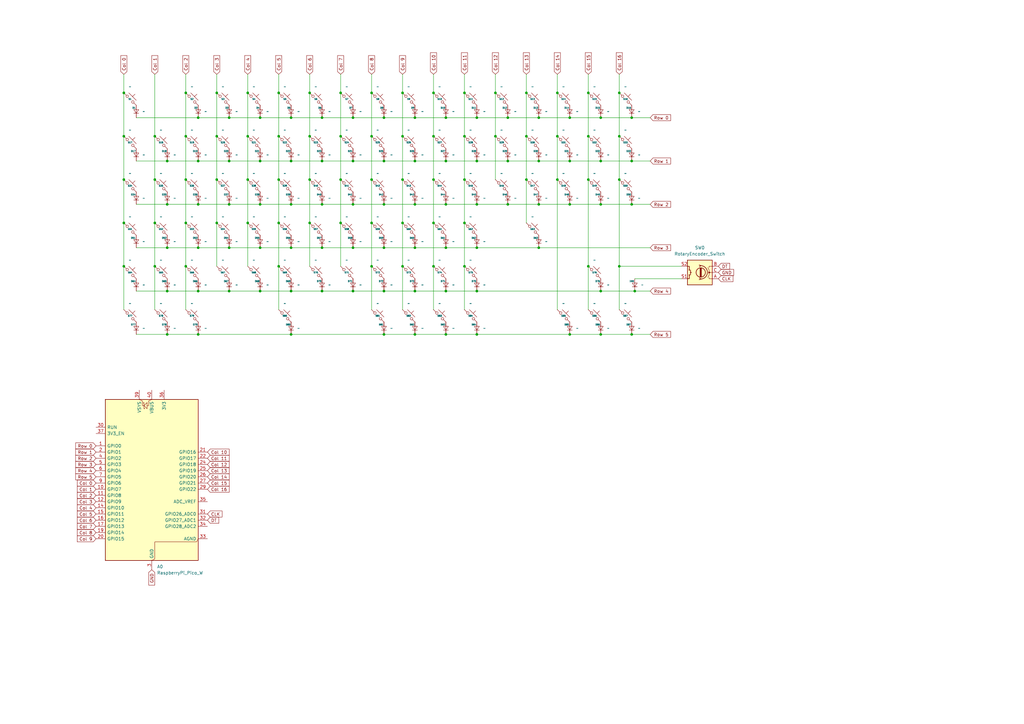
<source format=kicad_sch>
(kicad_sch (version 20250114) (generator "eeschema") (generator_version "9.0")
  (paper "A3")
  (junction (at 101.6 55.88))
  (junction (at 81.28 137.16))
  (junction (at 208.28 83.82))
  (junction (at 144.78 66.04))
  (junction (at 68.58 137.16))
  (junction (at 93.98 119.38))
  (junction (at 106.68 101.6))
  (junction (at 119.38 119.38))
  (junction (at 203.2 55.88))
  (junction (at 68.58 66.04))
  (junction (at 241.3 38.1))
  (junction (at 157.48 101.6))
  (junction (at 190.5 109.22))
  (junction (at 182.88 66.04))
  (junction (at 215.9 38.1))
  (junction (at 144.78 119.38))
  (junction (at 195.58 137.16))
  (junction (at 50.8 73.66))
  (junction (at 165.1 91.44))
  (junction (at 182.88 137.16))
  (junction (at 165.1 55.88))
  (junction (at 81.28 48.26))
  (junction (at 139.7 38.1))
  (junction (at 119.38 83.82))
  (junction (at 170.18 137.16))
  (junction (at 63.5 109.22))
  (junction (at 260.35 119.38))
  (junction (at 157.48 119.38))
  (junction (at 177.8 91.44))
  (junction (at 106.68 83.82))
  (junction (at 63.5 91.44))
  (junction (at 152.4 55.88))
  (junction (at 170.18 66.04))
  (junction (at 50.8 91.44))
  (junction (at 190.5 38.1))
  (junction (at 233.68 66.04))
  (junction (at 106.68 66.04))
  (junction (at 106.68 48.26))
  (junction (at 165.1 109.22))
  (junction (at 254 55.88))
  (junction (at 93.98 101.6))
  (junction (at 81.28 101.6))
  (junction (at 182.88 119.38))
  (junction (at 254 73.66))
  (junction (at 114.3 91.44))
  (junction (at 93.98 66.04))
  (junction (at 132.08 119.38))
  (junction (at 144.78 83.82))
  (junction (at 76.2 38.1))
  (junction (at 106.68 119.38))
  (junction (at 246.38 119.38))
  (junction (at 132.08 48.26))
  (junction (at 132.08 101.6))
  (junction (at 254 38.1))
  (junction (at 157.48 48.26))
  (junction (at 81.28 66.04))
  (junction (at 88.9 73.66))
  (junction (at 101.6 73.66))
  (junction (at 152.4 73.66))
  (junction (at 144.78 48.26))
  (junction (at 170.18 119.38))
  (junction (at 127 73.66))
  (junction (at 101.6 91.44))
  (junction (at 228.6 55.88))
  (junction (at 233.68 137.16))
  (junction (at 68.58 119.38))
  (junction (at 241.3 73.66))
  (junction (at 246.38 83.82))
  (junction (at 246.38 137.16))
  (junction (at 259.08 137.16))
  (junction (at 233.68 83.82))
  (junction (at 195.58 101.6))
  (junction (at 88.9 91.44))
  (junction (at 50.8 109.22))
  (junction (at 127 91.44))
  (junction (at 50.8 55.88))
  (junction (at 259.08 66.04))
  (junction (at 152.4 91.44))
  (junction (at 177.8 109.22))
  (junction (at 76.2 55.88))
  (junction (at 119.38 48.26))
  (junction (at 157.48 137.16))
  (junction (at 182.88 101.6))
  (junction (at 119.38 137.16))
  (junction (at 157.48 66.04))
  (junction (at 139.7 55.88))
  (junction (at 246.38 48.26))
  (junction (at 119.38 66.04))
  (junction (at 165.1 38.1))
  (junction (at 170.18 48.26))
  (junction (at 203.2 38.1))
  (junction (at 152.4 38.1))
  (junction (at 88.9 38.1))
  (junction (at 144.78 101.6))
  (junction (at 139.7 73.66))
  (junction (at 93.98 83.82))
  (junction (at 215.9 73.66))
  (junction (at 195.58 48.26))
  (junction (at 114.3 109.22))
  (junction (at 228.6 38.1))
  (junction (at 220.98 66.04))
  (junction (at 132.08 83.82))
  (junction (at 76.2 91.44))
  (junction (at 190.5 73.66))
  (junction (at 177.8 73.66))
  (junction (at 81.28 119.38))
  (junction (at 195.58 66.04))
  (junction (at 114.3 55.88))
  (junction (at 220.98 83.82))
  (junction (at 81.28 83.82))
  (junction (at 139.7 91.44))
  (junction (at 76.2 109.22))
  (junction (at 157.48 83.82))
  (junction (at 259.08 83.82))
  (junction (at 228.6 73.66))
  (junction (at 93.98 48.26))
  (junction (at 220.98 48.26))
  (junction (at 182.88 48.26))
  (junction (at 165.1 73.66))
  (junction (at 88.9 55.88))
  (junction (at 68.58 101.6))
  (junction (at 63.5 73.66))
  (junction (at 215.9 55.88))
  (junction (at 195.58 83.82))
  (junction (at 254 109.22))
  (junction (at 208.28 48.26))
  (junction (at 233.68 48.26))
  (junction (at 241.3 55.88))
  (junction (at 114.3 73.66))
  (junction (at 177.8 55.88))
  (junction (at 241.3 109.22))
  (junction (at 132.08 66.04))
  (junction (at 101.6 38.1))
  (junction (at 195.58 119.38))
  (junction (at 170.18 101.6))
  (junction (at 190.5 55.88))
  (junction (at 63.5 55.88))
  (junction (at 190.5 91.44))
  (junction (at 68.58 83.82))
  (junction (at 76.2 73.66))
  (junction (at 208.28 66.04))
  (junction (at 114.3 38.1))
  (junction (at 246.38 66.04))
  (junction (at 119.38 101.6))
  (junction (at 127 38.1))
  (junction (at 177.8 38.1))
  (junction (at 220.98 101.6))
  (junction (at 182.88 83.82))
  (junction (at 50.8 38.1))
  (junction (at 170.18 83.82))
  (junction (at 127 55.88))
  (junction (at 152.4 109.22))
  (junction (at 259.08 48.26))
  (wire (pts (xy 68.58 83.82) (xy 81.28 83.82)))
  (wire (pts (xy 119.38 101.6) (xy 132.08 101.6)))
  (wire (pts (xy 114.3 91.44) (xy 114.3 109.22)))
  (wire (pts (xy 157.48 83.82) (xy 170.18 83.82)))
  (wire (pts (xy 241.3 30.48) (xy 241.3 38.1)))
  (wire (pts (xy 132.08 48.26) (xy 144.78 48.26)))
  (wire (pts (xy 215.9 30.48) (xy 215.9 38.1)))
  (wire (pts (xy 182.88 119.38) (xy 195.58 119.38)))
  (wire (pts (xy 63.5 55.88) (xy 63.5 73.66)))
  (wire (pts (xy 157.48 48.26) (xy 170.18 48.26)))
  (wire (pts (xy 114.3 109.22) (xy 114.3 127)))
  (wire (pts (xy 215.9 55.88) (xy 215.9 73.66)))
  (wire (pts (xy 220.98 48.26) (xy 233.68 48.26)))
  (wire (pts (xy 177.8 55.88) (xy 177.8 73.66)))
  (wire (pts (xy 233.68 48.26) (xy 246.38 48.26)))
  (wire (pts (xy 190.5 55.88) (xy 190.5 73.66)))
  (wire (pts (xy 266.7 66.04) (xy 259.08 66.04)))
  (wire (pts (xy 170.18 101.6) (xy 182.88 101.6)))
  (wire (pts (xy 55.88 83.82) (xy 68.58 83.82)))
  (wire (pts (xy 114.3 30.48) (xy 114.3 38.1)))
  (wire (pts (xy 165.1 30.48) (xy 165.1 38.1)))
  (wire (pts (xy 203.2 55.88) (xy 203.2 73.66)))
  (wire (pts (xy 50.8 38.1) (xy 50.8 55.88)))
  (wire (pts (xy 144.78 48.26) (xy 157.48 48.26)))
  (wire (pts (xy 132.08 83.82) (xy 144.78 83.82)))
  (wire (pts (xy 157.48 101.6) (xy 170.18 101.6)))
  (wire (pts (xy 170.18 66.04) (xy 182.88 66.04)))
  (wire (pts (xy 195.58 137.16) (xy 233.68 137.16)))
  (wire (pts (xy 55.88 101.6) (xy 68.58 101.6)))
  (wire (pts (xy 157.48 119.38) (xy 170.18 119.38)))
  (wire (pts (xy 81.28 137.16) (xy 119.38 137.16)))
  (wire (pts (xy 157.48 137.16) (xy 170.18 137.16)))
  (wire (pts (xy 127 55.88) (xy 127 73.66)))
  (wire (pts (xy 215.9 73.66) (xy 215.9 91.44)))
  (wire (pts (xy 279.4 114.3) (xy 260.35 114.3)))
  (wire (pts (xy 63.5 109.22) (xy 63.5 127)))
  (wire (pts (xy 208.28 66.04) (xy 220.98 66.04)))
  (wire (pts (xy 76.2 30.48) (xy 76.2 38.1)))
  (wire (pts (xy 152.4 55.88) (xy 152.4 73.66)))
  (wire (pts (xy 88.9 91.44) (xy 88.9 109.22)))
  (wire (pts (xy 127 30.48) (xy 127 38.1)))
  (wire (pts (xy 88.9 30.48) (xy 88.9 38.1)))
  (wire (pts (xy 195.58 83.82) (xy 208.28 83.82)))
  (wire (pts (xy 190.5 38.1) (xy 190.5 55.88)))
  (wire (pts (xy 203.2 30.48) (xy 203.2 38.1)))
  (wire (pts (xy 195.58 101.6) (xy 220.98 101.6)))
  (wire (pts (xy 254 73.66) (xy 254 109.22)))
  (wire (pts (xy 127 91.44) (xy 127 109.22)))
  (wire (pts (xy 76.2 109.22) (xy 76.2 127)))
  (wire (pts (xy 215.9 38.1) (xy 215.9 55.88)))
  (wire (pts (xy 88.9 73.66) (xy 88.9 91.44)))
  (wire (pts (xy 132.08 119.38) (xy 144.78 119.38)))
  (wire (pts (xy 106.68 66.04) (xy 119.38 66.04)))
  (wire (pts (xy 152.4 91.44) (xy 152.4 109.22)))
  (wire (pts (xy 93.98 83.82) (xy 106.68 83.82)))
  (wire (pts (xy 132.08 66.04) (xy 144.78 66.04)))
  (wire (pts (xy 93.98 48.26) (xy 106.68 48.26)))
  (wire (pts (xy 177.8 73.66) (xy 177.8 91.44)))
  (wire (pts (xy 93.98 119.38) (xy 106.68 119.38)))
  (wire (pts (xy 93.98 66.04) (xy 106.68 66.04)))
  (wire (pts (xy 190.5 73.66) (xy 190.5 91.44)))
  (wire (pts (xy 190.5 109.22) (xy 190.5 127)))
  (wire (pts (xy 63.5 73.66) (xy 63.5 91.44)))
  (wire (pts (xy 101.6 91.44) (xy 101.6 109.22)))
  (wire (pts (xy 106.68 119.38) (xy 119.38 119.38)))
  (wire (pts (xy 88.9 55.88) (xy 88.9 73.66)))
  (wire (pts (xy 233.68 66.04) (xy 246.38 66.04)))
  (wire (pts (xy 106.68 101.6) (xy 119.38 101.6)))
  (wire (pts (xy 152.4 73.66) (xy 152.4 91.44)))
  (wire (pts (xy 127 73.66) (xy 127 91.44)))
  (wire (pts (xy 63.5 91.44) (xy 63.5 109.22)))
  (wire (pts (xy 233.68 137.16) (xy 246.38 137.16)))
  (wire (pts (xy 114.3 38.1) (xy 114.3 55.88)))
  (wire (pts (xy 170.18 137.16) (xy 182.88 137.16)))
  (wire (pts (xy 101.6 55.88) (xy 101.6 73.66)))
  (wire (pts (xy 241.3 109.22) (xy 241.3 127)))
  (wire (pts (xy 132.08 101.6) (xy 144.78 101.6)))
  (wire (pts (xy 119.38 119.38) (xy 132.08 119.38)))
  (wire (pts (xy 114.3 73.66) (xy 114.3 91.44)))
  (wire (pts (xy 241.3 55.88) (xy 241.3 73.66)))
  (wire (pts (xy 182.88 48.26) (xy 195.58 48.26)))
  (wire (pts (xy 144.78 83.82) (xy 157.48 83.82)))
  (wire (pts (xy 119.38 83.82) (xy 132.08 83.82)))
  (wire (pts (xy 165.1 91.44) (xy 165.1 109.22)))
  (wire (pts (xy 144.78 119.38) (xy 157.48 119.38)))
  (wire (pts (xy 157.48 66.04) (xy 170.18 66.04)))
  (wire (pts (xy 220.98 83.82) (xy 233.68 83.82)))
  (wire (pts (xy 81.28 48.26) (xy 93.98 48.26)))
  (wire (pts (xy 279.4 109.22) (xy 254 109.22)))
  (wire (pts (xy 254 38.1) (xy 254 55.88)))
  (wire (pts (xy 76.2 55.88) (xy 76.2 73.66)))
  (wire (pts (xy 81.28 101.6) (xy 93.98 101.6)))
  (wire (pts (xy 259.08 137.16) (xy 266.7 137.16)))
  (wire (pts (xy 101.6 73.66) (xy 101.6 91.44)))
  (wire (pts (xy 241.3 73.66) (xy 241.3 109.22)))
  (wire (pts (xy 177.8 38.1) (xy 177.8 55.88)))
  (wire (pts (xy 233.68 83.82) (xy 246.38 83.82)))
  (wire (pts (xy 106.68 83.82) (xy 119.38 83.82)))
  (wire (pts (xy 177.8 109.22) (xy 177.8 127)))
  (wire (pts (xy 139.7 30.48) (xy 139.7 38.1)))
  (wire (pts (xy 139.7 73.66) (xy 139.7 91.44)))
  (wire (pts (xy 246.38 137.16) (xy 259.08 137.16)))
  (wire (pts (xy 144.78 101.6) (xy 157.48 101.6)))
  (wire (pts (xy 50.8 55.88) (xy 50.8 73.66)))
  (wire (pts (xy 119.38 66.04) (xy 132.08 66.04)))
  (wire (pts (xy 114.3 55.88) (xy 114.3 73.66)))
  (wire (pts (xy 195.58 119.38) (xy 246.38 119.38)))
  (wire (pts (xy 50.8 30.48) (xy 50.8 38.1)))
  (wire (pts (xy 81.28 83.82) (xy 93.98 83.82)))
  (wire (pts (xy 139.7 55.88) (xy 139.7 73.66)))
  (wire (pts (xy 68.58 119.38) (xy 81.28 119.38)))
  (wire (pts (xy 76.2 73.66) (xy 76.2 91.44)))
  (wire (pts (xy 195.58 48.26) (xy 208.28 48.26)))
  (wire (pts (xy 68.58 137.16) (xy 81.28 137.16)))
  (wire (pts (xy 50.8 91.44) (xy 50.8 109.22)))
  (wire (pts (xy 101.6 38.1) (xy 101.6 55.88)))
  (wire (pts (xy 182.88 101.6) (xy 195.58 101.6)))
  (wire (pts (xy 81.28 119.38) (xy 93.98 119.38)))
  (wire (pts (xy 246.38 66.04) (xy 259.08 66.04)))
  (wire (pts (xy 190.5 30.48) (xy 190.5 38.1)))
  (wire (pts (xy 266.7 119.38) (xy 260.35 119.38)))
  (wire (pts (xy 165.1 73.66) (xy 165.1 91.44)))
  (wire (pts (xy 182.88 83.82) (xy 195.58 83.82)))
  (wire (pts (xy 68.58 66.04) (xy 81.28 66.04)))
  (wire (pts (xy 119.38 48.26) (xy 132.08 48.26)))
  (wire (pts (xy 190.5 91.44) (xy 190.5 109.22)))
  (wire (pts (xy 55.88 119.38) (xy 68.58 119.38)))
  (wire (pts (xy 182.88 137.16) (xy 195.58 137.16)))
  (wire (pts (xy 55.88 137.16) (xy 68.58 137.16)))
  (wire (pts (xy 228.6 73.66) (xy 228.6 127)))
  (wire (pts (xy 259.08 83.82) (xy 266.7 83.82)))
  (wire (pts (xy 139.7 91.44) (xy 139.7 109.22)))
  (wire (pts (xy 50.8 73.66) (xy 50.8 91.44)))
  (wire (pts (xy 76.2 91.44) (xy 76.2 109.22)))
  (wire (pts (xy 101.6 30.48) (xy 101.6 38.1)))
  (wire (pts (xy 81.28 66.04) (xy 93.98 66.04)))
  (wire (pts (xy 177.8 91.44) (xy 177.8 109.22)))
  (wire (pts (xy 68.58 101.6) (xy 81.28 101.6)))
  (wire (pts (xy 152.4 30.48) (xy 152.4 38.1)))
  (wire (pts (xy 203.2 38.1) (xy 203.2 55.88)))
  (wire (pts (xy 254 55.88) (xy 254 73.66)))
  (wire (pts (xy 182.88 66.04) (xy 195.58 66.04)))
  (wire (pts (xy 246.38 48.26) (xy 259.08 48.26)))
  (wire (pts (xy 50.8 109.22) (xy 50.8 127)))
  (wire (pts (xy 228.6 30.48) (xy 228.6 38.1)))
  (wire (pts (xy 55.88 48.26) (xy 81.28 48.26)))
  (wire (pts (xy 165.1 38.1) (xy 165.1 55.88)))
  (wire (pts (xy 55.88 66.04) (xy 68.58 66.04)))
  (wire (pts (xy 76.2 38.1) (xy 76.2 55.88)))
  (wire (pts (xy 254 109.22) (xy 254 127)))
  (wire (pts (xy 208.28 48.26) (xy 220.98 48.26)))
  (wire (pts (xy 170.18 119.38) (xy 182.88 119.38)))
  (wire (pts (xy 266.7 48.26) (xy 259.08 48.26)))
  (wire (pts (xy 152.4 38.1) (xy 152.4 55.88)))
  (wire (pts (xy 165.1 55.88) (xy 165.1 73.66)))
  (wire (pts (xy 195.58 66.04) (xy 208.28 66.04)))
  (wire (pts (xy 93.98 101.6) (xy 106.68 101.6)))
  (wire (pts (xy 220.98 101.6) (xy 266.7 101.6)))
  (wire (pts (xy 127 38.1) (xy 127 55.88)))
  (wire (pts (xy 170.18 83.82) (xy 182.88 83.82)))
  (wire (pts (xy 152.4 109.22) (xy 152.4 127)))
  (wire (pts (xy 260.35 119.38) (xy 246.38 119.38)))
  (wire (pts (xy 119.38 137.16) (xy 157.48 137.16)))
  (wire (pts (xy 208.28 83.82) (xy 220.98 83.82)))
  (wire (pts (xy 63.5 30.48) (xy 63.5 55.88)))
  (wire (pts (xy 254 30.48) (xy 254 38.1)))
  (wire (pts (xy 170.18 48.26) (xy 182.88 48.26)))
  (wire (pts (xy 241.3 38.1) (xy 241.3 55.88)))
  (wire (pts (xy 220.98 66.04) (xy 233.68 66.04)))
  (wire (pts (xy 177.8 30.48) (xy 177.8 38.1)))
  (wire (pts (xy 144.78 66.04) (xy 157.48 66.04)))
  (wire (pts (xy 246.38 83.82) (xy 259.08 83.82)))
  (wire (pts (xy 139.7 38.1) (xy 139.7 55.88)))
  (wire (pts (xy 106.68 48.26) (xy 119.38 48.26)))
  (wire (pts (xy 88.9 38.1) (xy 88.9 55.88)))
  (wire (pts (xy 228.6 55.88) (xy 228.6 73.66)))
  (wire (pts (xy 165.1 109.22) (xy 165.1 127)))
  (wire (pts (xy 228.6 38.1) (xy 228.6 55.88)))
  (global_label "Col 14" (shape input) (at 228.6 30.48 90) (property "Intersheetrefs" "${INTERSHEET_REFS}" (effects (hide yes))))
  (global_label "Col 15" (shape input) (at 241.3 30.48 90) (property "Intersheetrefs" "${INTERSHEET_REFS}" (effects (hide yes))))
  (global_label "Col 16" (shape input) (at 254 30.48 90) (property "Intersheetrefs" "${INTERSHEET_REFS}" (effects (hide yes))))
  (global_label "Col 12" (shape input) (at 203.2 30.48 90) (property "Intersheetrefs" "${INTERSHEET_REFS}" (effects (hide yes))))
  (global_label "Col 13" (shape input) (at 215.9 30.48 90) (property "Intersheetrefs" "${INTERSHEET_REFS}" (effects (hide yes))))
  (global_label "Col 11" (shape input) (at 190.5 30.48 90) (property "Intersheetrefs" "${INTERSHEET_REFS}" (effects (hide yes))))
  (global_label "Col 10" (shape input) (at 177.8 30.48 90) (property "Intersheetrefs" "${INTERSHEET_REFS}" (effects (hide yes))))
  (global_label "Col 1" (shape input) (at 63.5 30.48 90) (property "Intersheetrefs" "${INTERSHEET_REFS}" (effects (hide yes))))
  (global_label "Col 0" (shape input) (at 50.8 30.48 90) (property "Intersheetrefs" "${INTERSHEET_REFS}" (effects (hide yes))))
  (global_label "Col 2" (shape input) (at 76.2 30.48 90) (property "Intersheetrefs" "${INTERSHEET_REFS}" (effects (hide yes))))
  (global_label "Col 3" (shape input) (at 88.9 30.48 90) (property "Intersheetrefs" "${INTERSHEET_REFS}" (effects (hide yes))))
  (global_label "Col 4" (shape input) (at 101.6 30.48 90) (property "Intersheetrefs" "${INTERSHEET_REFS}" (effects (hide yes))))
  (global_label "Col 5" (shape input) (at 114.3 30.48 90) (property "Intersheetrefs" "${INTERSHEET_REFS}" (effects (hide yes))))
  (global_label "Col 6" (shape input) (at 127 30.48 90) (property "Intersheetrefs" "${INTERSHEET_REFS}" (effects (hide yes))))
  (global_label "Col 8" (shape input) (at 152.4 30.48 90) (property "Intersheetrefs" "${INTERSHEET_REFS}" (effects (hide yes))))
  (global_label "Col 9" (shape input) (at 165.1 30.48 90) (property "Intersheetrefs" "${INTERSHEET_REFS}" (effects (hide yes))))
  (global_label "Col 7" (shape input) (at 139.7 30.48 90) (property "Intersheetrefs" "${INTERSHEET_REFS}" (effects (hide yes))))
  (global_label "Row 4" (shape input) (at 39.37 193.04 180) (property "Intersheetrefs" "${INTERSHEET_REFS}" (effects (hide yes))))
  (global_label "Row 2" (shape input) (at 39.37 187.96 180) (property "Intersheetrefs" "${INTERSHEET_REFS}" (effects (hide yes))))
  (global_label "GND" (shape input) (at 62.23 233.68 270) (property "Intersheetrefs" "${INTERSHEET_REFS}" (effects (hide yes))))
  (global_label "DT" (shape input) (at 85.09 213.36 0) (property "Intersheetrefs" "${INTERSHEET_REFS}" (effects (hide yes))))
  (global_label "Col 4" (shape input) (at 39.37 208.28 180) (property "Intersheetrefs" "${INTERSHEET_REFS}" (effects (hide yes))))
  (global_label "Row 0" (shape input) (at 39.37 182.88 180) (property "Intersheetrefs" "${INTERSHEET_REFS}" (effects (hide yes))))
  (global_label "Row 1" (shape input) (at 39.37 185.42 180) (property "Intersheetrefs" "${INTERSHEET_REFS}" (effects (hide yes))))
  (global_label "Col 7" (shape input) (at 39.37 215.9 180) (property "Intersheetrefs" "${INTERSHEET_REFS}" (effects (hide yes))))
  (global_label "Row 0" (shape input) (at 266.7 48.26 0) (property "Intersheetrefs" "${INTERSHEET_REFS}" (effects (hide yes))))
  (global_label "Row 1" (shape input) (at 266.7 66.04 0) (property "Intersheetrefs" "${INTERSHEET_REFS}" (effects (hide yes))))
  (global_label "Row 2" (shape input) (at 266.7 83.82 0) (property "Intersheetrefs" "${INTERSHEET_REFS}" (effects (hide yes))))
  (global_label "Row 4" (shape input) (at 266.7 119.38 0) (property "Intersheetrefs" "${INTERSHEET_REFS}" (effects (hide yes))))
  (global_label "Row 5" (shape input) (at 266.7 137.16 0) (property "Intersheetrefs" "${INTERSHEET_REFS}" (effects (hide yes))))
  (global_label "Row 3" (shape input) (at 266.7 101.6 0) (property "Intersheetrefs" "${INTERSHEET_REFS}" (effects (hide yes))))
  (global_label "Col 14" (shape input) (at 85.09 195.58 0) (property "Intersheetrefs" "${INTERSHEET_REFS}" (effects (hide yes))))
  (global_label "Col 1" (shape input) (at 39.37 200.66 180) (property "Intersheetrefs" "${INTERSHEET_REFS}" (effects (hide yes))))
  (global_label "Col 12" (shape input) (at 85.09 190.5 0) (property "Intersheetrefs" "${INTERSHEET_REFS}" (effects (hide yes))))
  (global_label "Col 16" (shape input) (at 85.09 200.66 0) (property "Intersheetrefs" "${INTERSHEET_REFS}" (effects (hide yes))))
  (global_label "Col 13" (shape input) (at 85.09 193.04 0) (property "Intersheetrefs" "${INTERSHEET_REFS}" (effects (hide yes))))
  (global_label "Col 15" (shape input) (at 85.09 198.12 0) (property "Intersheetrefs" "${INTERSHEET_REFS}" (effects (hide yes))))
  (global_label "Col 6" (shape input) (at 39.37 213.36 180) (property "Intersheetrefs" "${INTERSHEET_REFS}" (effects (hide yes))))
  (global_label "Row 3" (shape input) (at 39.37 190.5 180) (property "Intersheetrefs" "${INTERSHEET_REFS}" (effects (hide yes))))
  (global_label "Col 3" (shape input) (at 39.37 205.74 180) (property "Intersheetrefs" "${INTERSHEET_REFS}" (effects (hide yes))))
  (global_label "GND" (shape input) (at 294.64 111.76 0) (property "Intersheetrefs" "${INTERSHEET_REFS}" (effects (hide yes))))
  (global_label "Col 2" (shape input) (at 39.37 203.2 180) (property "Intersheetrefs" "${INTERSHEET_REFS}" (effects (hide yes))))
  (global_label "Col 11" (shape input) (at 85.09 187.96 0) (property "Intersheetrefs" "${INTERSHEET_REFS}" (effects (hide yes))))
  (global_label "DT" (shape input) (at 294.64 109.22 0) (property "Intersheetrefs" "${INTERSHEET_REFS}" (effects (hide yes))))
  (global_label "Col 10" (shape input) (at 85.09 185.42 0) (property "Intersheetrefs" "${INTERSHEET_REFS}" (effects (hide yes))))
  (global_label "CLK" (shape input) (at 85.09 210.82 0) (property "Intersheetrefs" "${INTERSHEET_REFS}" (effects (hide yes))))
  (global_label "Col 9" (shape input) (at 39.37 220.98 180) (property "Intersheetrefs" "${INTERSHEET_REFS}" (effects (hide yes))))
  (global_label "Col 8" (shape input) (at 39.37 218.44 180) (property "Intersheetrefs" "${INTERSHEET_REFS}" (effects (hide yes))))
  (global_label "Col 0" (shape input) (at 39.37 198.12 180) (property "Intersheetrefs" "${INTERSHEET_REFS}" (effects (hide yes))))
  (global_label "Row 5" (shape input) (at 39.37 195.58 180) (property "Intersheetrefs" "${INTERSHEET_REFS}" (effects (hide yes))))
  (global_label "CLK" (shape input) (at 294.64 114.3 0) (property "Intersheetrefs" "${INTERSHEET_REFS}" (effects (hide yes))))
  (global_label "Col 5" (shape input) (at 39.37 210.82 180) (property "Intersheetrefs" "${INTERSHEET_REFS}" (effects (hide yes))))
  (symbol (lib_id "ScottoKeebs:Placeholder_Diode") (at 55.88 81.28 0) (unit 1)
    (property "Reference" "D34" (at 55.73 80.214 0) (effects (font (size 0.635 0.635) (thickness 0.127) (bold yes)) (justify right bottom)))
    (property "Value" "~" (at 58.42 81.2799 0) (effects (justify left)))
    (property "Footprint" "ScottoKeebs_Components:Diode_DO-35" (effects (hide yes)))
  )
  (symbol (lib_id "ScottoKeebs:Placeholder_Diode") (at 81.28 134.62 0) (unit 1)
    (property "Reference" "D79" (at 81.13 133.554 0) (effects (font (size 0.635 0.635) (thickness 0.127) (bold yes)) (justify right bottom)))
    (property "Value" "~" (at 83.82 134.6199 0) (effects (justify left)))
    (property "Footprint" "ScottoKeebs_Components:Diode_DO-35" (effects (hide yes)))
  )
  (symbol (lib_id "ScottoKeebs:Placeholder_Keyswitch") (at 78.74 58.42 0) (unit 1)
    (property "Reference" "S19" (at 78.74 58.42 0) (effects (font (size 0.635 0.635) (thickness 0.127) (bold yes))))
    (property "Value" "~" (at 78.74 53.34 0))
    (property "Footprint" "ScottoKeebs_MX:MX_PCB_1.00u" (effects (hide yes)))
  )
  (symbol (lib_id "ScottoKeebs:Placeholder_Diode") (at 157.48 63.5 0) (unit 1)
    (property "Reference" "D25" (at 157.33 62.434 0) (effects (font (size 0.635 0.635) (thickness 0.127) (bold yes)) (justify right bottom)))
    (property "Value" "~" (at 160.02 63.4999 0) (effects (justify left)))
    (property "Footprint" "ScottoKeebs_Components:Diode_DO-35" (effects (hide yes)))
  )
  (symbol (lib_id "ScottoKeebs:Placeholder_Diode") (at 182.88 99.06 0) (unit 1)
    (property "Reference" "D61" (at 182.73 97.994 0) (effects (font (size 0.635 0.635) (thickness 0.127) (bold yes)) (justify right bottom)))
    (property "Value" "~" (at 185.42 99.0599 0) (effects (justify left)))
    (property "Footprint" "ScottoKeebs_Components:Diode_DO-35" (effects (hide yes)))
  )
  (symbol (lib_id "ScottoKeebs:Placeholder_Diode") (at 246.38 134.62 0) (unit 1)
    (property "Reference" "D86" (at 246.23 133.554 0) (effects (font (size 0.635 0.635) (thickness 0.127) (bold yes)) (justify right bottom)))
    (property "Value" "~" (at 248.92 134.6199 0) (effects (justify left)))
    (property "Footprint" "ScottoKeebs_Components:Diode_DO-35" (effects (hide yes)))
  )
  (symbol (lib_id "ScottoKeebs:Placeholder_Keyswitch") (at 205.74 40.64 0) (unit 1)
    (property "Reference" "S12" (at 205.74 40.64 0) (effects (font (size 0.635 0.635) (thickness 0.127) (bold yes))))
    (property "Value" "~" (at 205.74 35.56 0))
    (property "Footprint" "ScottoKeebs_MX:MX_PCB_1.00u" (effects (hide yes)))
  )
  (symbol (lib_id "ScottoKeebs:Placeholder_Diode") (at 182.88 116.84 0) (unit 1)
    (property "Reference" "D74" (at 182.73 115.774 0) (effects (font (size 0.635 0.635) (thickness 0.127) (bold yes)) (justify right bottom)))
    (property "Value" "~" (at 185.42 116.8399 0) (effects (justify left)))
    (property "Footprint" "ScottoKeebs_Components:Diode_DO-35" (effects (hide yes)))
  )
  (symbol (lib_id "ScottoKeebs:Placeholder_Keyswitch") (at 193.04 93.98 0) (unit 1)
    (property "Reference" "S62" (at 193.04 93.98 0) (effects (font (size 0.635 0.635) (thickness 0.127) (bold yes))))
    (property "Value" "~" (at 193.04 88.9 0))
    (property "Footprint" "ScottoKeebs_MX:MX_PCB_1.00u" (effects (hide yes)))
  )
  (symbol (lib_id "ScottoKeebs:Placeholder_Keyswitch") (at 205.74 58.42 0) (unit 1)
    (property "Reference" "S29" (at 205.74 58.42 0) (effects (font (size 0.635 0.635) (thickness 0.127) (bold yes))))
    (property "Value" "~" (at 205.74 53.34 0))
    (property "Footprint" "ScottoKeebs_MX:MX_PCB_1.00u" (effects (hide yes)))
  )
  (symbol (lib_id "ScottoKeebs:Placeholder_Diode") (at 157.48 134.62 0) (unit 1)
    (property "Reference" "D81" (at 157.33 133.554 0) (effects (font (size 0.635 0.635) (thickness 0.127) (bold yes)) (justify right bottom)))
    (property "Value" "~" (at 160.02 134.6199 0) (effects (justify left)))
    (property "Footprint" "ScottoKeebs_Components:Diode_DO-35" (effects (hide yes)))
  )
  (symbol (lib_id "ScottoKeebs:Placeholder_Keyswitch") (at 154.94 93.98 0) (unit 1)
    (property "Reference" "S59" (at 154.94 93.98 0) (effects (font (size 0.635 0.635) (thickness 0.127) (bold yes))))
    (property "Value" "~" (at 154.94 88.9 0))
    (property "Footprint" "ScottoKeebs_MX:MX_PCB_1.00u" (effects (hide yes)))
  )
  (symbol (lib_id "ScottoKeebs:Placeholder_Keyswitch") (at 129.54 40.64 0) (unit 1)
    (property "Reference" "S6" (at 129.54 40.64 0) (effects (font (size 0.635 0.635) (thickness 0.127) (bold yes))))
    (property "Value" "~" (at 129.54 35.56 0))
    (property "Footprint" "ScottoKeebs_MX:MX_PCB_1.00u" (effects (hide yes)))
  )
  (symbol (lib_id "ScottoKeebs:Placeholder_Diode") (at 195.58 63.5 0) (unit 1)
    (property "Reference" "D28" (at 195.43 62.434 0) (effects (font (size 0.635 0.635) (thickness 0.127) (bold yes)) (justify right bottom)))
    (property "Value" "~" (at 198.12 63.4999 0) (effects (justify left)))
    (property "Footprint" "ScottoKeebs_Components:Diode_DO-35" (effects (hide yes)))
  )
  (symbol (lib_id "ScottoKeebs:Placeholder_Keyswitch") (at 256.54 40.64 0) (unit 1)
    (property "Reference" "S16" (at 256.54 40.64 0) (effects (font (size 0.635 0.635) (thickness 0.127) (bold yes))))
    (property "Value" "~" (at 256.54 35.56 0))
    (property "Footprint" "ScottoKeebs_MX:MX_PCB_1.00u" (effects (hide yes)))
  )
  (symbol (lib_id "ScottoKeebs:Placeholder_Diode") (at 68.58 116.84 0) (unit 1)
    (property "Reference" "D65" (at 68.43 115.774 0) (effects (font (size 0.635 0.635) (thickness 0.127) (bold yes)) (justify right bottom)))
    (property "Value" "~" (at 71.12 116.8399 0) (effects (justify left)))
    (property "Footprint" "ScottoKeebs_Components:Diode_DO-35" (effects (hide yes)))
  )
  (symbol (lib_id "ScottoKeebs:Placeholder_Diode") (at 144.78 116.84 0) (unit 1)
    (property "Reference" "D71" (at 144.63 115.774 0) (effects (font (size 0.635 0.635) (thickness 0.127) (bold yes)) (justify right bottom)))
    (property "Value" "~" (at 147.32 116.8399 0) (effects (justify left)))
    (property "Footprint" "ScottoKeebs_Components:Diode_DO-35" (effects (hide yes)))
  )
  (symbol (lib_id "ScottoKeebs:Placeholder_Keyswitch") (at 66.04 58.42 0) (unit 1)
    (property "Reference" "S18" (at 66.04 58.42 0) (effects (font (size 0.635 0.635) (thickness 0.127) (bold yes))))
    (property "Value" "~" (at 66.04 53.34 0))
    (property "Footprint" "ScottoKeebs_MX:MX_PCB_1.00u" (effects (hide yes)))
  )
  (symbol (lib_id "ScottoKeebs:Placeholder_Diode") (at 55.88 63.5 0) (unit 1)
    (property "Reference" "D17" (at 55.73 62.434 0) (effects (font (size 0.635 0.635) (thickness 0.127) (bold yes)) (justify right bottom)))
    (property "Value" "~" (at 58.42 63.4999 0) (effects (justify left)))
    (property "Footprint" "ScottoKeebs_Components:Diode_DO-35" (effects (hide yes)))
  )
  (symbol (lib_id "ScottoKeebs:Placeholder_Diode") (at 55.88 116.84 0) (unit 1)
    (property "Reference" "D64" (at 55.73 115.774 0) (effects (font (size 0.635 0.635) (thickness 0.127) (bold yes)) (justify right bottom)))
    (property "Value" "~" (at 58.42 116.8399 0) (effects (justify left)))
    (property "Footprint" "ScottoKeebs_Components:Diode_DO-35" (effects (hide yes)))
  )
  (symbol (lib_id "ScottoKeebs:Placeholder_Keyswitch") (at 91.44 93.98 0) (unit 1)
    (property "Reference" "S54" (at 91.44 93.98 0) (effects (font (size 0.635 0.635) (thickness 0.127) (bold yes))))
    (property "Value" "~" (at 91.44 88.9 0))
    (property "Footprint" "ScottoKeebs_MX:MX_PCB_1.00u" (effects (hide yes)))
  )
  (symbol (lib_id "ScottoKeebs:Placeholder_Keyswitch") (at 129.54 76.2 0) (unit 1)
    (property "Reference" "S40" (at 129.54 76.2 0) (effects (font (size 0.635 0.635) (thickness 0.127) (bold yes))))
    (property "Value" "~" (at 129.54 71.12 0))
    (property "Footprint" "ScottoKeebs_MX:MX_PCB_1.00u" (effects (hide yes)))
  )
  (symbol (lib_id "ScottoKeebs:Placeholder_Keyswitch") (at 205.74 76.2 0) (unit 1)
    (property "Reference" "S46" (at 205.74 76.2 0) (effects (font (size 0.635 0.635) (thickness 0.127) (bold yes))))
    (property "Value" "~" (at 205.74 71.12 0))
    (property "Footprint" "ScottoKeebs_MX:MX_PCB_1.00u" (effects (hide yes)))
  )
  (symbol (lib_id "ScottoKeebs:Placeholder_Diode") (at 233.68 63.5 0) (unit 1)
    (property "Reference" "D31" (at 233.53 62.434 0) (effects (font (size 0.635 0.635) (thickness 0.127) (bold yes)) (justify right bottom)))
    (property "Value" "~" (at 236.22 63.4999 0) (effects (justify left)))
    (property "Footprint" "ScottoKeebs_Components:Diode_DO-35" (effects (hide yes)))
  )
  (symbol (lib_id "ScottoKeebs:Placeholder_Diode") (at 119.38 45.72 0) (unit 1)
    (property "Reference" "D5" (at 119.23 44.654 0) (effects (font (size 0.635 0.635) (thickness 0.127) (bold yes)) (justify right bottom)))
    (property "Value" "~" (at 121.92 45.7199 0) (effects (justify left)))
    (property "Footprint" "ScottoKeebs_Components:Diode_DO-35" (effects (hide yes)))
  )
  (symbol (lib_id "ScottoKeebs:Placeholder_Diode") (at 182.88 45.72 0) (unit 1)
    (property "Reference" "D10" (at 182.73 44.654 0) (effects (font (size 0.635 0.635) (thickness 0.127) (bold yes)) (justify right bottom)))
    (property "Value" "~" (at 185.42 45.7199 0) (effects (justify left)))
    (property "Footprint" "ScottoKeebs_Components:Diode_DO-35" (effects (hide yes)))
  )
  (symbol (lib_id "ScottoKeebs:Placeholder_Keyswitch") (at 154.94 40.64 0) (unit 1)
    (property "Reference" "S8" (at 154.94 40.64 0) (effects (font (size 0.635 0.635) (thickness 0.127) (bold yes))))
    (property "Value" "~" (at 154.94 35.56 0))
    (property "Footprint" "ScottoKeebs_MX:MX_PCB_1.00u" (effects (hide yes)))
  )
  (symbol (lib_id "ScottoKeebs:Placeholder_Diode") (at 170.18 81.28 0) (unit 1)
    (property "Reference" "D43" (at 170.03 80.214 0) (effects (font (size 0.635 0.635) (thickness 0.127) (bold yes)) (justify right bottom)))
    (property "Value" "~" (at 172.72 81.2799 0) (effects (justify left)))
    (property "Footprint" "ScottoKeebs_Components:Diode_DO-35" (effects (hide yes)))
  )
  (symbol (lib_id "ScottoKeebs:Placeholder_Diode") (at 259.08 81.28 0) (unit 1)
    (property "Reference" "D50" (at 258.93 80.214 0) (effects (font (size 0.635 0.635) (thickness 0.127) (bold yes)) (justify right bottom)))
    (property "Value" "~" (at 261.62 81.2799 0) (effects (justify left)))
    (property "Footprint" "ScottoKeebs_Components:Diode_DO-35" (effects (hide yes)))
  )
  (symbol (lib_id "ScottoKeebs:Placeholder_Keyswitch") (at 231.14 40.64 0) (unit 1)
    (property "Reference" "S14" (at 231.14 40.64 0) (effects (font (size 0.635 0.635) (thickness 0.127) (bold yes))))
    (property "Value" "~" (at 231.14 35.56 0))
    (property "Footprint" "ScottoKeebs_MX:MX_PCB_1.00u" (effects (hide yes)))
  )
  (symbol (lib_id "ScottoKeebs:Placeholder_Diode") (at 170.18 45.72 0) (unit 1)
    (property "Reference" "D9" (at 170.03 44.654 0) (effects (font (size 0.635 0.635) (thickness 0.127) (bold yes)) (justify right bottom)))
    (property "Value" "~" (at 172.72 45.7199 0) (effects (justify left)))
    (property "Footprint" "ScottoKeebs_Components:Diode_DO-35" (effects (hide yes)))
  )
  (symbol (lib_id "ScottoKeebs:Placeholder_Keyswitch") (at 91.44 111.76 0) (unit 1)
    (property "Reference" "S67" (at 91.44 111.76 0) (effects (font (size 0.635 0.635) (thickness 0.127) (bold yes))))
    (property "Value" "~" (at 91.44 106.68 0))
    (property "Footprint" "ScottoKeebs_MX:MX_PCB_1.00u" (effects (hide yes)))
  )
  (symbol (lib_id "ScottoKeebs:Placeholder_Diode") (at 170.18 63.5 0) (unit 1)
    (property "Reference" "D26" (at 170.03 62.434 0) (effects (font (size 0.635 0.635) (thickness 0.127) (bold yes)) (justify right bottom)))
    (property "Value" "~" (at 172.72 63.4999 0) (effects (justify left)))
    (property "Footprint" "ScottoKeebs_Components:Diode_DO-35" (effects (hide yes)))
  )
  (symbol (lib_id "ScottoKeebs:Placeholder_Keyswitch") (at 53.34 58.42 0) (unit 1)
    (property "Reference" "S17" (at 53.34 58.42 0) (effects (font (size 0.635 0.635) (thickness 0.127) (bold yes))))
    (property "Value" "~" (at 53.34 53.34 0))
    (property "Footprint" "ScottoKeebs_MX:MX_PCB_1.00u" (effects (hide yes)))
  )
  (symbol (lib_id "ScottoKeebs:Placeholder_Diode") (at 195.58 81.28 0) (unit 1)
    (property "Reference" "D45" (at 195.43 80.214 0) (effects (font (size 0.635 0.635) (thickness 0.127) (bold yes)) (justify right bottom)))
    (property "Value" "~" (at 198.12 81.2799 0) (effects (justify left)))
    (property "Footprint" "ScottoKeebs_Components:Diode_DO-35" (effects (hide yes)))
  )
  (symbol (lib_id "ScottoKeebs:Placeholder_Diode") (at 81.28 99.06 0) (unit 1)
    (property "Reference" "D53" (at 81.13 97.994 0) (effects (font (size 0.635 0.635) (thickness 0.127) (bold yes)) (justify right bottom)))
    (property "Value" "~" (at 83.82 99.0599 0) (effects (justify left)))
    (property "Footprint" "ScottoKeebs_Components:Diode_DO-35" (effects (hide yes)))
  )
  (symbol (lib_id "ScottoKeebs:Placeholder_Diode") (at 119.38 81.28 0) (unit 1)
    (property "Reference" "D39" (at 119.23 80.214 0) (effects (font (size 0.635 0.635) (thickness 0.127) (bold yes)) (justify right bottom)))
    (property "Value" "~" (at 121.92 81.2799 0) (effects (justify left)))
    (property "Footprint" "ScottoKeebs_Components:Diode_DO-35" (effects (hide yes)))
  )
  (symbol (lib_id "ScottoKeebs:Placeholder_Keyswitch") (at 218.44 58.42 0) (unit 1)
    (property "Reference" "S30" (at 218.44 58.42 0) (effects (font (size 0.635 0.635) (thickness 0.127) (bold yes))))
    (property "Value" "~" (at 218.44 53.34 0))
    (property "Footprint" "ScottoKeebs_MX:MX_PCB_2.00u" (effects (hide yes)))
  )
  (symbol (lib_id "ScottoKeebs:Placeholder_Keyswitch") (at 167.64 129.54 0) (unit 1)
    (property "Reference" "S82" (at 167.64 129.54 0) (effects (font (size 0.635 0.635) (thickness 0.127) (bold yes))))
    (property "Value" "~" (at 167.64 124.46 0))
    (property "Footprint" "ScottoKeebs_MX:MX_PCB_1.25u" (effects (hide yes)))
  )
  (symbol (lib_id "ScottoKeebs:Placeholder_Diode") (at 208.28 63.5 0) (unit 1)
    (property "Reference" "D29" (at 208.13 62.434 0) (effects (font (size 0.635 0.635) (thickness 0.127) (bold yes)) (justify right bottom)))
    (property "Value" "~" (at 210.82 63.4999 0) (effects (justify left)))
    (property "Footprint" "ScottoKeebs_Components:Diode_DO-35" (effects (hide yes)))
  )
  (symbol (lib_id "ScottoKeebs:Placeholder_Keyswitch") (at 243.84 40.64 0) (unit 1)
    (property "Reference" "S15" (at 243.84 40.64 0) (effects (font (size 0.635 0.635) (thickness 0.127) (bold yes))))
    (property "Value" "~" (at 243.84 35.56 0))
    (property "Footprint" "ScottoKeebs_MX:MX_PCB_1.00u" (effects (hide yes)))
  )
  (symbol (lib_id "ScottoKeebs:Placeholder_Diode") (at 106.68 63.5 0) (unit 1)
    (property "Reference" "D21" (at 106.53 62.434 0) (effects (font (size 0.635 0.635) (thickness 0.127) (bold yes)) (justify right bottom)))
    (property "Value" "~" (at 109.22 63.4999 0) (effects (justify left)))
    (property "Footprint" "ScottoKeebs_Components:Diode_DO-35" (effects (hide yes)))
  )
  (symbol (lib_id "ScottoKeebs:Placeholder_Keyswitch") (at 256.54 129.54 0) (unit 1)
    (property "Reference" "S87" (at 256.54 129.54 0) (effects (font (size 0.635 0.635) (thickness 0.127) (bold yes))))
    (property "Value" "~" (at 256.54 124.46 0))
    (property "Footprint" "ScottoKeebs_MX:MX_PCB_1.00u" (effects (hide yes)))
  )
  (symbol (lib_id "ScottoKeebs:Placeholder_Diode") (at 119.38 134.62 0) (unit 1)
    (property "Reference" "D80" (at 119.23 133.554 0) (effects (font (size 0.635 0.635) (thickness 0.127) (bold yes)) (justify right bottom)))
    (property "Value" "~" (at 121.92 134.6199 0) (effects (justify left)))
    (property "Footprint" "ScottoKeebs_Components:Diode_DO-35" (effects (hide yes)))
  )
  (symbol (lib_id "ScottoKeebs:Placeholder_Diode") (at 93.98 63.5 0) (unit 1)
    (property "Reference" "D20" (at 93.83 62.434 0) (effects (font (size 0.635 0.635) (thickness 0.127) (bold yes)) (justify right bottom)))
    (property "Value" "~" (at 96.52 63.4999 0) (effects (justify left)))
    (property "Footprint" "ScottoKeebs_Components:Diode_DO-35" (effects (hide yes)))
  )
  (symbol (lib_id "ScottoKeebs:Placeholder_Diode") (at 182.88 81.28 0) (unit 1)
    (property "Reference" "D44" (at 182.73 80.214 0) (effects (font (size 0.635 0.635) (thickness 0.127) (bold yes)) (justify right bottom)))
    (property "Value" "~" (at 185.42 81.2799 0) (effects (justify left)))
    (property "Footprint" "ScottoKeebs_Components:Diode_DO-35" (effects (hide yes)))
  )
  (symbol (lib_id "ScottoKeebs:Placeholder_Keyswitch") (at 116.84 93.98 0) (unit 1)
    (property "Reference" "S56" (at 116.84 93.98 0) (effects (font (size 0.635 0.635) (thickness 0.127) (bold yes))))
    (property "Value" "~" (at 116.84 88.9 0))
    (property "Footprint" "ScottoKeebs_MX:MX_PCB_1.00u" (effects (hide yes)))
  )
  (symbol (lib_id "ScottoKeebs:Placeholder_Diode") (at 55.88 99.06 0) (unit 1)
    (property "Reference" "D51" (at 55.73 97.994 0) (effects (font (size 0.635 0.635) (thickness 0.127) (bold yes)) (justify right bottom)))
    (property "Value" "~" (at 58.42 99.0599 0) (effects (justify left)))
    (property "Footprint" "ScottoKeebs_Components:Diode_DO-35" (effects (hide yes)))
  )
  (symbol (lib_id "ScottoKeebs:Placeholder_Keyswitch") (at 129.54 93.98 0) (unit 1)
    (property "Reference" "S57" (at 129.54 93.98 0) (effects (font (size 0.635 0.635) (thickness 0.127) (bold yes))))
    (property "Value" "~" (at 129.54 88.9 0))
    (property "Footprint" "ScottoKeebs_MX:MX_PCB_1.00u" (effects (hide yes)))
  )
  (symbol (lib_id "ScottoKeebs:Placeholder_Keyswitch") (at 66.04 129.54 0) (unit 1)
    (property "Reference" "S78" (at 66.04 129.54 0) (effects (font (size 0.635 0.635) (thickness 0.127) (bold yes))))
    (property "Value" "~" (at 66.04 124.46 0))
    (property "Footprint" "ScottoKeebs_MX:MX_PCB_1.25u" (effects (hide yes)))
  )
  (symbol (lib_id "ScottoKeebs:Placeholder_Keyswitch") (at 180.34 129.54 0) (unit 1)
    (property "Reference" "S83" (at 180.34 129.54 0) (effects (font (size 0.635 0.635) (thickness 0.127) (bold yes))))
    (property "Value" "~" (at 180.34 124.46 0))
    (property "Footprint" "ScottoKeebs_MX:MX_PCB_1.25u" (effects (hide yes)))
  )
  (symbol (lib_id "ScottoKeebs:Placeholder_Diode") (at 220.98 99.06 0) (unit 1)
    (property "Reference" "D63" (at 220.83 97.994 0) (effects (font (size 0.635 0.635) (thickness 0.127) (bold yes)) (justify right bottom)))
    (property "Value" "~" (at 223.52 99.0599 0) (effects (justify left)))
    (property "Footprint" "ScottoKeebs_Components:Diode_DO-35" (effects (hide yes)))
  )
  (symbol (lib_id "ScottoKeebs:Placeholder_Diode") (at 208.28 45.72 0) (unit 1)
    (property "Reference" "D12" (at 208.13 44.654 0) (effects (font (size 0.635 0.635) (thickness 0.127) (bold yes)) (justify right bottom)))
    (property "Value" "~" (at 210.82 45.7199 0) (effects (justify left)))
    (property "Footprint" "ScottoKeebs_Components:Diode_DO-35" (effects (hide yes)))
  )
  (symbol (lib_id "ScottoKeebs:Placeholder_Diode") (at 246.38 45.72 0) (unit 1)
    (property "Reference" "D15" (at 246.23 44.654 0) (effects (font (size 0.635 0.635) (thickness 0.127) (bold yes)) (justify right bottom)))
    (property "Value" "~" (at 248.92 45.7199 0) (effects (justify left)))
    (property "Footprint" "ScottoKeebs_Components:Diode_DO-35" (effects (hide yes)))
  )
  (symbol (lib_id "ScottoKeebs:Placeholder_Diode") (at 55.88 45.72 0) (unit 1)
    (property "Reference" "D1" (at 55.73 44.654 0) (effects (font (size 0.635 0.635) (thickness 0.127) (bold yes)) (justify right bottom)))
    (property "Value" "~" (at 58.42 45.7199 0) (effects (justify left)))
    (property "Footprint" "ScottoKeebs_Components:Diode_DO-35" (effects (hide yes)))
  )
  (symbol (lib_id "ScottoKeebs:Placeholder_Keyswitch") (at 78.74 93.98 0) (unit 1)
    (property "Reference" "S53" (at 78.74 93.98 0) (effects (font (size 0.635 0.635) (thickness 0.127) (bold yes))))
    (property "Value" "~" (at 78.74 88.9 0))
    (property "Footprint" "ScottoKeebs_MX:MX_PCB_1.00u" (effects (hide yes)))
  )
  (symbol (lib_id "ScottoKeebs:Placeholder_Keyswitch") (at 78.74 129.54 0) (unit 1)
    (property "Reference" "S79" (at 78.74 129.54 0) (effects (font (size 0.635 0.635) (thickness 0.127) (bold yes))))
    (property "Value" "~" (at 78.74 124.46 0))
    (property "Footprint" "ScottoKeebs_MX:MX_PCB_1.25u" (effects (hide yes)))
  )
  (symbol (lib_id "ScottoKeebs:Placeholder_Diode") (at 68.58 99.06 0) (unit 1)
    (property "Reference" "D52" (at 68.43 97.994 0) (effects (font (size 0.635 0.635) (thickness 0.127) (bold yes)) (justify right bottom)))
    (property "Value" "~" (at 71.12 99.0599 0) (effects (justify left)))
    (property "Footprint" "ScottoKeebs_Components:Diode_DO-35" (effects (hide yes)))
  )
  (symbol (lib_id "ScottoKeebs:Placeholder_Keyswitch") (at 78.74 76.2 0) (unit 1)
    (property "Reference" "S36" (at 78.74 76.2 0) (effects (font (size 0.635 0.635) (thickness 0.127) (bold yes))))
    (property "Value" "~" (at 78.74 71.12 0))
    (property "Footprint" "ScottoKeebs_MX:MX_PCB_1.00u" (effects (hide yes)))
  )
  (symbol (lib_id "ScottoKeebs:Placeholder_Keyswitch") (at 231.14 129.54 0) (unit 1)
    (property "Reference" "S85" (at 231.14 129.54 0) (effects (font (size 0.635 0.635) (thickness 0.127) (bold yes))))
    (property "Value" "~" (at 231.14 124.46 0))
    (property "Footprint" "ScottoKeebs_MX:MX_PCB_1.00u" (effects (hide yes)))
  )
  (symbol (lib_id "ScottoKeebs:Placeholder_Keyswitch") (at 154.94 129.54 0) (unit 1)
    (property "Reference" "S81" (at 154.94 129.54 0) (effects (font (size 0.635 0.635) (thickness 0.127) (bold yes))))
    (property "Value" "~" (at 154.94 124.46 0))
    (property "Footprint" "ScottoKeebs_MX:MX_PCB_1.25u" (effects (hide yes)))
  )
  (symbol (lib_id "ScottoKeebs:Placeholder_Diode") (at 246.38 116.84 0) (unit 1)
    (property "Reference" "D76" (at 246.23 115.774 0) (effects (font (size 0.635 0.635) (thickness 0.127) (bold yes)) (justify right bottom)))
    (property "Value" "~" (at 248.92 116.8399 0) (effects (justify left)))
    (property "Footprint" "ScottoKeebs_Components:Diode_DO-35" (effects (hide yes)))
  )
  (symbol (lib_id "ScottoKeebs:Placeholder_Diode") (at 106.68 45.72 0) (unit 1)
    (property "Reference" "D4" (at 106.53 44.654 0) (effects (font (size 0.635 0.635) (thickness 0.127) (bold yes)) (justify right bottom)))
    (property "Value" "~" (at 109.22 45.7199 0) (effects (justify left)))
    (property "Footprint" "ScottoKeebs_Components:Diode_DO-35" (effects (hide yes)))
  )
  (symbol (lib_id "ScottoKeebs:Placeholder_Diode") (at 144.78 63.5 0) (unit 1)
    (property "Reference" "D24" (at 144.63 62.434 0) (effects (font (size 0.635 0.635) (thickness 0.127) (bold yes)) (justify right bottom)))
    (property "Value" "~" (at 147.32 63.4999 0) (effects (justify left)))
    (property "Footprint" "ScottoKeebs_Components:Diode_DO-35" (effects (hide yes)))
  )
  (symbol (lib_id "ScottoKeebs:Placeholder_Keyswitch") (at 167.64 76.2 0) (unit 1)
    (property "Reference" "S43" (at 167.64 76.2 0) (effects (font (size 0.635 0.635) (thickness 0.127) (bold yes))))
    (property "Value" "~" (at 167.64 71.12 0))
    (property "Footprint" "ScottoKeebs_MX:MX_PCB_1.00u" (effects (hide yes)))
  )
  (symbol (lib_id "ScottoKeebs:Placeholder_Keyswitch") (at 180.34 40.64 0) (unit 1)
    (property "Reference" "S10" (at 180.34 40.64 0) (effects (font (size 0.635 0.635) (thickness 0.127) (bold yes))))
    (property "Value" "~" (at 180.34 35.56 0))
    (property "Footprint" "ScottoKeebs_MX:MX_PCB_1.00u" (effects (hide yes)))
  )
  (symbol (lib_id "ScottoKeebs:Placeholder_Keyswitch") (at 231.14 76.2 0) (unit 1)
    (property "Reference" "S48" (at 231.14 76.2 0) (effects (font (size 0.635 0.635) (thickness 0.127) (bold yes))))
    (property "Value" "~" (at 231.14 71.12 0))
    (property "Footprint" "ScottoKeebs_MX:MX_PCB_1.00u" (effects (hide yes)))
  )
  (symbol (lib_id "ScottoKeebs:Placeholder_Keyswitch") (at 104.14 93.98 0) (unit 1)
    (property "Reference" "S55" (at 104.14 93.98 0) (effects (font (size 0.635 0.635) (thickness 0.127) (bold yes))))
    (property "Value" "~" (at 104.14 88.9 0))
    (property "Footprint" "ScottoKeebs_MX:MX_PCB_1.00u" (effects (hide yes)))
  )
  (symbol (lib_id "ScottoKeebs:Placeholder_Keyswitch") (at 78.74 111.76 0) (unit 1)
    (property "Reference" "S66" (at 78.74 111.76 0) (effects (font (size 0.635 0.635) (thickness 0.127) (bold yes))))
    (property "Value" "~" (at 78.74 106.68 0))
    (property "Footprint" "ScottoKeebs_MX:MX_PCB_1.00u" (effects (hide yes)))
  )
  (symbol (lib_id "ScottoKeebs:Placeholder_Diode") (at 132.08 99.06 0) (unit 1)
    (property "Reference" "D57" (at 131.93 97.994 0) (effects (font (size 0.635 0.635) (thickness 0.127) (bold yes)) (justify right bottom)))
    (property "Value" "~" (at 134.62 99.0599 0) (effects (justify left)))
    (property "Footprint" "ScottoKeebs_Components:Diode_DO-35" (effects (hide yes)))
  )
  (symbol (lib_id "ScottoKeebs:Placeholder_Diode") (at 157.48 116.84 0) (unit 1)
    (property "Reference" "D72" (at 157.33 115.774 0) (effects (font (size 0.635 0.635) (thickness 0.127) (bold yes)) (justify right bottom)))
    (property "Value" "~" (at 160.02 116.8399 0) (effects (justify left)))
    (property "Footprint" "ScottoKeebs_Components:Diode_DO-35" (effects (hide yes)))
  )
  (symbol (lib_id "ScottoKeebs:Placeholder_Keyswitch") (at 142.24 76.2 0) (unit 1)
    (property "Reference" "S41" (at 142.24 76.2 0) (effects (font (size 0.635 0.635) (thickness 0.127) (bold yes))))
    (property "Value" "~" (at 142.24 71.12 0))
    (property "Footprint" "ScottoKeebs_MX:MX_PCB_1.00u" (effects (hide yes)))
  )
  (symbol (lib_id "MCU_Module:RaspberryPi_Pico_W") (at 62.23 198.12 0) (unit 1)
    (property "Reference" "A0" (at 64.3733 232.41 0) (effects (justify left)))
    (property "Value" "RaspberryPi_Pico_W" (at 64.3733 234.95 0) (effects (justify left)))
    (property "Footprint" "Module:RaspberryPi_Pico_W_SMD_HandSolder" (effects (hide yes)))
    (property "Datasheet" "https://datasheets.raspberrypi.com/picow/pico-w-datasheet.pdf" (effects (hide yes)))
    (property "Description" "Versatile and inexpensive wireless microcontroller module powered by RP2040 dual-core Arm Cortex-M0+ processor up to 133 MHz, 264kB SRAM, 2MB QSPI flash, Infineon CYW43439 2.4GHz 802.11n wireless LAN; also supports Raspberry Pi Pico 2 W" (effects (hide yes)))
  )
  (symbol (lib_id "ScottoKeebs:Placeholder_Diode") (at 195.58 45.72 0) (unit 1)
    (property "Reference" "D11" (at 195.43 44.654 0) (effects (font (size 0.635 0.635) (thickness 0.127) (bold yes)) (justify right bottom)))
    (property "Value" "~" (at 198.12 45.7199 0) (effects (justify left)))
    (property "Footprint" "ScottoKeebs_Components:Diode_DO-35" (effects (hide yes)))
  )
  (symbol (lib_id "ScottoKeebs:Placeholder_Diode") (at 132.08 45.72 0) (unit 1)
    (property "Reference" "D6" (at 131.93 44.654 0) (effects (font (size 0.635 0.635) (thickness 0.127) (bold yes)) (justify right bottom)))
    (property "Value" "~" (at 134.62 45.7199 0) (effects (justify left)))
    (property "Footprint" "ScottoKeebs_Components:Diode_DO-35" (effects (hide yes)))
  )
  (symbol (lib_id "ScottoKeebs:Placeholder_Keyswitch") (at 116.84 129.54 0) (unit 1)
    (property "Reference" "S80" (at 116.84 129.54 0) (effects (font (size 0.635 0.635) (thickness 0.127) (bold yes))))
    (property "Value" "~" (at 116.84 124.46 0))
    (property "Footprint" "ScottoKeebs_MX:MX_PCB_6.25u" (effects (hide yes)))
  )
  (symbol (lib_id "ScottoKeebs:Placeholder_Diode") (at 170.18 99.06 0) (unit 1)
    (property "Reference" "D60" (at 170.03 97.994 0) (effects (font (size 0.635 0.635) (thickness 0.127) (bold yes)) (justify right bottom)))
    (property "Value" "~" (at 172.72 99.0599 0) (effects (justify left)))
    (property "Footprint" "ScottoKeebs_Components:Diode_DO-35" (effects (hide yes)))
  )
  (symbol (lib_id "ScottoKeebs:Placeholder_Diode") (at 144.78 99.06 0) (unit 1)
    (property "Reference" "D58" (at 144.63 97.994 0) (effects (font (size 0.635 0.635) (thickness 0.127) (bold yes)) (justify right bottom)))
    (property "Value" "~" (at 147.32 99.0599 0) (effects (justify left)))
    (property "Footprint" "ScottoKeebs_Components:Diode_DO-35" (effects (hide yes)))
  )
  (symbol (lib_id "ScottoKeebs:Placeholder_Diode") (at 208.28 81.28 0) (unit 1)
    (property "Reference" "D46" (at 208.13 80.214 0) (effects (font (size 0.635 0.635) (thickness 0.127) (bold yes)) (justify right bottom)))
    (property "Value" "~" (at 210.82 81.2799 0) (effects (justify left)))
    (property "Footprint" "ScottoKeebs_Components:Diode_DO-35" (effects (hide yes)))
  )
  (symbol (lib_id "ScottoKeebs:Placeholder_Keyswitch") (at 167.64 58.42 0) (unit 1)
    (property "Reference" "S26" (at 167.64 58.42 0) (effects (font (size 0.635 0.635) (thickness 0.127) (bold yes))))
    (property "Value" "~" (at 167.64 53.34 0))
    (property "Footprint" "ScottoKeebs_MX:MX_PCB_1.00u" (effects (hide yes)))
  )
  (symbol (lib_id "ScottoKeebs:Placeholder_Keyswitch") (at 243.84 58.42 0) (unit 1)
    (property "Reference" "S32" (at 243.84 58.42 0) (effects (font (size 0.635 0.635) (thickness 0.127) (bold yes))))
    (property "Value" "~" (at 243.84 53.34 0))
    (property "Footprint" "ScottoKeebs_MX:MX_PCB_1.00u" (effects (hide yes)))
  )
  (symbol (lib_id "ScottoKeebs:Placeholder_Keyswitch") (at 218.44 93.98 0) (unit 1)
    (property "Reference" "S63" (at 218.44 93.98 0) (effects (font (size 0.635 0.635) (thickness 0.127) (bold yes))))
    (property "Value" "~" (at 218.44 88.9 0))
    (property "Footprint" "ScottoKeebs_MX:MX_PCB_2.25u" (effects (hide yes)))
  )
  (symbol (lib_id "ScottoKeebs:Placeholder_Keyswitch") (at 104.14 40.64 0) (unit 1)
    (property "Reference" "S4" (at 104.14 40.64 0) (effects (font (size 0.635 0.635) (thickness 0.127) (bold yes))))
    (property "Value" "~" (at 104.14 35.56 0))
    (property "Footprint" "ScottoKeebs_MX:MX_PCB_1.00u" (effects (hide yes)))
  )
  (symbol (lib_id "ScottoKeebs:Placeholder_Keyswitch") (at 78.74 40.64 0) (unit 1)
    (property "Reference" "S2" (at 78.74 40.64 0) (effects (font (size 0.635 0.635) (thickness 0.127) (bold yes))))
    (property "Value" "~" (at 78.74 35.56 0))
    (property "Footprint" "ScottoKeebs_MX:MX_PCB_1.00u" (effects (hide yes)))
  )
  (symbol (lib_id "ScottoKeebs:Placeholder_Diode") (at 93.98 45.72 0) (unit 1)
    (property "Reference" "D3" (at 93.83 44.654 0) (effects (font (size 0.635 0.635) (thickness 0.127) (bold yes)) (justify right bottom)))
    (property "Value" "~" (at 96.52 45.7199 0) (effects (justify left)))
    (property "Footprint" "ScottoKeebs_Components:Diode_DO-35" (effects (hide yes)))
  )
  (symbol (lib_id "ScottoKeebs:Placeholder_Diode") (at 93.98 99.06 0) (unit 1)
    (property "Reference" "D54" (at 93.83 97.994 0) (effects (font (size 0.635 0.635) (thickness 0.127) (bold yes)) (justify right bottom)))
    (property "Value" "~" (at 96.52 99.0599 0) (effects (justify left)))
    (property "Footprint" "ScottoKeebs_Components:Diode_DO-35" (effects (hide yes)))
  )
  (symbol (lib_id "ScottoKeebs:Placeholder_Diode") (at 195.58 99.06 0) (unit 1)
    (property "Reference" "D62" (at 195.43 97.994 0) (effects (font (size 0.635 0.635) (thickness 0.127) (bold yes)) (justify right bottom)))
    (property "Value" "~" (at 198.12 99.0599 0) (effects (justify left)))
    (property "Footprint" "ScottoKeebs_Components:Diode_DO-35" (effects (hide yes)))
  )
  (symbol (lib_id "ScottoKeebs:Placeholder_Diode") (at 119.38 116.84 0) (unit 1)
    (property "Reference" "D69" (at 119.23 115.774 0) (effects (font (size 0.635 0.635) (thickness 0.127) (bold yes)) (justify right bottom)))
    (property "Value" "~" (at 121.92 116.8399 0) (effects (justify left)))
    (property "Footprint" "ScottoKeebs_Components:Diode_DO-35" (effects (hide yes)))
  )
  (symbol (lib_id "ScottoKeebs:Placeholder_Diode") (at 68.58 134.62 0) (unit 1)
    (property "Reference" "D78" (at 68.43 133.554 0) (effects (font (size 0.635 0.635) (thickness 0.127) (bold yes)) (justify right bottom)))
    (property "Value" "~" (at 71.12 134.6199 0) (effects (justify left)))
    (property "Footprint" "ScottoKeebs_Components:Diode_DO-35" (effects (hide yes)))
  )
  (symbol (lib_id "ScottoKeebs:Placeholder_Diode") (at 220.98 81.28 0) (unit 1)
    (property "Reference" "D47" (at 220.83 80.214 0) (effects (font (size 0.635 0.635) (thickness 0.127) (bold yes)) (justify right bottom)))
    (property "Value" "~" (at 223.52 81.2799 0) (effects (justify left)))
    (property "Footprint" "ScottoKeebs_Components:Diode_DO-35" (effects (hide yes)))
  )
  (symbol (lib_id "ScottoKeebs:Placeholder_Keyswitch") (at 116.84 58.42 0) (unit 1)
    (property "Reference" "S22" (at 116.84 58.42 0) (effects (font (size 0.635 0.635) (thickness 0.127) (bold yes))))
    (property "Value" "~" (at 116.84 53.34 0))
    (property "Footprint" "ScottoKeebs_MX:MX_PCB_1.00u" (effects (hide yes)))
  )
  (symbol (lib_id "ScottoKeebs:Placeholder_Diode") (at 182.88 134.62 0) (unit 1)
    (property "Reference" "D83" (at 182.73 133.554 0) (effects (font (size 0.635 0.635) (thickness 0.127) (bold yes)) (justify right bottom)))
    (property "Value" "~" (at 185.42 134.6199 0) (effects (justify left)))
    (property "Footprint" "ScottoKeebs_Components:Diode_DO-35" (effects (hide yes)))
  )
  (symbol (lib_id "ScottoKeebs:Placeholder_Keyswitch") (at 243.84 129.54 0) (unit 1)
    (property "Reference" "S86" (at 243.84 129.54 0) (effects (font (size 0.635 0.635) (thickness 0.127) (bold yes))))
    (property "Value" "~" (at 243.84 124.46 0))
    (property "Footprint" "ScottoKeebs_MX:MX_PCB_1.00u" (effects (hide yes)))
  )
  (symbol (lib_id "ScottoKeebs:Placeholder_Diode") (at 195.58 116.84 0) (unit 1)
    (property "Reference" "D75" (at 195.43 115.774 0) (effects (font (size 0.635 0.635) (thickness 0.127) (bold yes)) (justify right bottom)))
    (property "Value" "~" (at 198.12 116.8399 0) (effects (justify left)))
    (property "Footprint" "ScottoKeebs_Components:Diode_DO-35" (effects (hide yes)))
  )
  (symbol (lib_id "ScottoKeebs:Placeholder_Keyswitch") (at 66.04 93.98 0) (unit 1)
    (property "Reference" "S52" (at 66.04 93.98 0) (effects (font (size 0.635 0.635) (thickness 0.127) (bold yes))))
    (property "Value" "~" (at 66.04 88.9 0))
    (property "Footprint" "ScottoKeebs_MX:MX_PCB_1.00u" (effects (hide yes)))
  )
  (symbol (lib_id "ScottoKeebs:Placeholder_Diode") (at 220.98 45.72 0) (unit 1)
    (property "Reference" "D13" (at 220.83 44.654 0) (effects (font (size 0.635 0.635) (thickness 0.127) (bold yes)) (justify right bottom)))
    (property "Value" "~" (at 223.52 45.7199 0) (effects (justify left)))
    (property "Footprint" "ScottoKeebs_Components:Diode_DO-35" (effects (hide yes)))
  )
  (symbol (lib_id "ScottoKeebs:Placeholder_Keyswitch") (at 193.04 111.76 0) (unit 1)
    (property "Reference" "S75" (at 193.04 111.76 0) (effects (font (size 0.635 0.635) (thickness 0.127) (bold yes))))
    (property "Value" "~" (at 193.04 106.68 0))
    (property "Footprint" "ScottoKeebs_MX:MX_PCB_2.75u" (effects (hide yes)))
  )
  (symbol (lib_id "ScottoKeebs:Placeholder_Keyswitch") (at 231.14 58.42 0) (unit 1)
    (property "Reference" "S31" (at 231.14 58.42 0) (effects (font (size 0.635 0.635) (thickness 0.127) (bold yes))))
    (property "Value" "~" (at 231.14 53.34 0))
    (property "Footprint" "ScottoKeebs_MX:MX_PCB_1.00u" (effects (hide yes)))
  )
  (symbol (lib_id "ScottoKeebs:Placeholder_Keyswitch") (at 193.04 129.54 0) (unit 1)
    (property "Reference" "S84" (at 193.04 129.54 0) (effects (font (size 0.635 0.635) (thickness 0.127) (bold yes))))
    (property "Value" "~" (at 193.04 124.46 0))
    (property "Footprint" "ScottoKeebs_MX:MX_PCB_1.25u" (effects (hide yes)))
  )
  (symbol (lib_id "ScottoKeebs:Placeholder_Diode") (at 246.38 81.28 0) (unit 1)
    (property "Reference" "D49" (at 246.23 80.214 0) (effects (font (size 0.635 0.635) (thickness 0.127) (bold yes)) (justify right bottom)))
    (property "Value" "~" (at 248.92 81.2799 0) (effects (justify left)))
    (property "Footprint" "ScottoKeebs_Components:Diode_DO-35" (effects (hide yes)))
  )
  (symbol (lib_id "ScottoKeebs:Placeholder_Diode") (at 233.68 134.62 0) (unit 1)
    (property "Reference" "D85" (at 233.53 133.554 0) (effects (font (size 0.635 0.635) (thickness 0.127) (bold yes)) (justify right bottom)))
    (property "Value" "~" (at 236.22 134.6199 0) (effects (justify left)))
    (property "Footprint" "ScottoKeebs_Components:Diode_DO-35" (effects (hide yes)))
  )
  (symbol (lib_id "ScottoKeebs:Placeholder_Diode") (at 233.68 45.72 0) (unit 1)
    (property "Reference" "D14" (at 233.53 44.654 0) (effects (font (size 0.635 0.635) (thickness 0.127) (bold yes)) (justify right bottom)))
    (property "Value" "~" (at 236.22 45.7199 0) (effects (justify left)))
    (property "Footprint" "ScottoKeebs_Components:Diode_DO-35" (effects (hide yes)))
  )
  (symbol (lib_id "ScottoKeebs:Placeholder_Keyswitch") (at 53.34 93.98 0) (unit 1)
    (property "Reference" "S51" (at 53.34 93.98 0) (effects (font (size 0.635 0.635) (thickness 0.127) (bold yes))))
    (property "Value" "~" (at 53.34 88.9 0))
    (property "Footprint" "ScottoKeebs_MX:MX_PCB_1.75u" (effects (hide yes)))
  )
  (symbol (lib_id "ScottoKeebs:Placeholder_Keyswitch") (at 154.94 111.76 0) (unit 1)
    (property "Reference" "S72" (at 154.94 111.76 0) (effects (font (size 0.635 0.635) (thickness 0.127) (bold yes))))
    (property "Value" "~" (at 154.94 106.68 0))
    (property "Footprint" "ScottoKeebs_MX:MX_PCB_1.00u" (effects (hide yes)))
  )
  (symbol (lib_id "ScottoKeebs:Placeholder_Keyswitch") (at 180.34 76.2 0) (unit 1)
    (property "Reference" "S44" (at 180.34 76.2 0) (effects (font (size 0.635 0.635) (thickness 0.127) (bold yes))))
    (property "Value" "~" (at 180.34 71.12 0))
    (property "Footprint" "ScottoKeebs_MX:MX_PCB_1.00u" (effects (hide yes)))
  )
  (symbol (lib_id "ScottoKeebs:Placeholder_Diode") (at 144.78 45.72 0) (unit 1)
    (property "Reference" "D7" (at 144.63 44.654 0) (effects (font (size 0.635 0.635) (thickness 0.127) (bold yes)) (justify right bottom)))
    (property "Value" "~" (at 147.32 45.7199 0) (effects (justify left)))
    (property "Footprint" "ScottoKeebs_Components:Diode_DO-35" (effects (hide yes)))
  )
  (symbol (lib_id "ScottoKeebs:Placeholder_Keyswitch") (at 142.24 58.42 0) (unit 1)
    (property "Reference" "S24" (at 142.24 58.42 0) (effects (font (size 0.635 0.635) (thickness 0.127) (bold yes))))
    (property "Value" "~" (at 142.24 53.34 0))
    (property "Footprint" "ScottoKeebs_MX:MX_PCB_1.00u" (effects (hide yes)))
  )
  (symbol (lib_id "ScottoKeebs:Placeholder_Diode") (at 81.28 45.72 0) (unit 1)
    (property "Reference" "D2" (at 81.13 44.654 0) (effects (font (size 0.635 0.635) (thickness 0.127) (bold yes)) (justify right bottom)))
    (property "Value" "~" (at 83.82 45.7199 0) (effects (justify left)))
    (property "Footprint" "ScottoKeebs_Components:Diode_DO-35" (effects (hide yes)))
  )
  (symbol (lib_id "ScottoKeebs:Placeholder_Diode") (at 170.18 134.62 0) (unit 1)
    (property "Reference" "D82" (at 170.03 133.554 0) (effects (font (size 0.635 0.635) (thickness 0.127) (bold yes)) (justify right bottom)))
    (property "Value" "~" (at 172.72 134.6199 0) (effects (justify left)))
    (property "Footprint" "ScottoKeebs_Components:Diode_DO-35" (effects (hide yes)))
  )
  (symbol (lib_id "ScottoKeebs:Placeholder_Diode") (at 260.35 116.84 0) (unit 1)
    (property "Reference" "D88" (at 260.2 115.774 0) (effects (font (size 0.635 0.635) (thickness 0.127) (bold yes)) (justify right bottom)))
    (property "Value" "~" (at 262.89 116.8399 0) (effects (justify left)))
    (property "Footprint" "ScottoKeebs_Components:Diode_DO-35" (effects (hide yes)))
  )
  (symbol (lib_id "ScottoKeebs:Placeholder_Diode") (at 259.08 63.5 0) (unit 1)
    (property "Reference" "D33" (at 258.93 62.434 0) (effects (font (size 0.635 0.635) (thickness 0.127) (bold yes)) (justify right bottom)))
    (property "Value" "~" (at 261.62 63.4999 0) (effects (justify left)))
    (property "Footprint" "ScottoKeebs_Components:Diode_DO-35" (effects (hide yes)))
  )
  (symbol (lib_id "ScottoKeebs:Placeholder_Keyswitch") (at 142.24 93.98 0) (unit 1)
    (property "Reference" "S58" (at 142.24 93.98 0) (effects (font (size 0.635 0.635) (thickness 0.127) (bold yes))))
    (property "Value" "~" (at 142.24 88.9 0))
    (property "Footprint" "ScottoKeebs_MX:MX_PCB_1.00u" (effects (hide yes)))
  )
  (symbol (lib_id "ScottoKeebs:Placeholder_Diode") (at 157.48 45.72 0) (unit 1)
    (property "Reference" "D8" (at 157.33 44.654 0) (effects (font (size 0.635 0.635) (thickness 0.127) (bold yes)) (justify right bottom)))
    (property "Value" "~" (at 160.02 45.7199 0) (effects (justify left)))
    (property "Footprint" "ScottoKeebs_Components:Diode_DO-35" (effects (hide yes)))
  )
  (symbol (lib_id "ScottoKeebs:Placeholder_Diode") (at 81.28 116.84 0) (unit 1)
    (property "Reference" "D66" (at 81.13 115.774 0) (effects (font (size 0.635 0.635) (thickness 0.127) (bold yes)) (justify right bottom)))
    (property "Value" "~" (at 83.82 116.8399 0) (effects (justify left)))
    (property "Footprint" "ScottoKeebs_Components:Diode_DO-35" (effects (hide yes)))
  )
  (symbol (lib_id "ScottoKeebs:Placeholder_Keyswitch") (at 53.34 111.76 0) (unit 1)
    (property "Reference" "S64" (at 53.34 111.76 0) (effects (font (size 0.635 0.635) (thickness 0.127) (bold yes))))
    (property "Value" "~" (at 53.34 106.68 0))
    (property "Footprint" "ScottoKeebs_MX:MX_PCB_2.25u" (effects (hide yes)))
  )
  (symbol (lib_id "ScottoKeebs:Placeholder_Keyswitch") (at 116.84 76.2 0) (unit 1)
    (property "Reference" "S39" (at 116.84 76.2 0) (effects (font (size 0.635 0.635) (thickness 0.127) (bold yes))))
    (property "Value" "~" (at 116.84 71.12 0))
    (property "Footprint" "ScottoKeebs_MX:MX_PCB_1.00u" (effects (hide yes)))
  )
  (symbol (lib_id "ScottoKeebs:Placeholder_Diode") (at 119.38 63.5 0) (unit 1)
    (property "Reference" "D22" (at 119.23 62.434 0) (effects (font (size 0.635 0.635) (thickness 0.127) (bold yes)) (justify right bottom)))
    (property "Value" "~" (at 121.92 63.4999 0) (effects (justify left)))
    (property "Footprint" "ScottoKeebs_Components:Diode_DO-35" (effects (hide yes)))
  )
  (symbol (lib_id "ScottoKeebs:Placeholder_Keyswitch") (at 142.24 40.64 0) (unit 1)
    (property "Reference" "S7" (at 142.24 40.64 0) (effects (font (size 0.635 0.635) (thickness 0.127) (bold yes))))
    (property "Value" "~" (at 142.24 35.56 0))
    (property "Footprint" "ScottoKeebs_MX:MX_PCB_1.00u" (effects (hide yes)))
  )
  (symbol (lib_id "ScottoKeebs:Placeholder_Keyswitch") (at 154.94 58.42 0) (unit 1)
    (property "Reference" "S25" (at 154.94 58.42 0) (effects (font (size 0.635 0.635) (thickness 0.127) (bold yes))))
    (property "Value" "~" (at 154.94 53.34 0))
    (property "Footprint" "ScottoKeebs_MX:MX_PCB_1.00u" (effects (hide yes)))
  )
  (symbol (lib_id "ScottoKeebs:Placeholder_Diode") (at 157.48 81.28 0) (unit 1)
    (property "Reference" "D42" (at 157.33 80.214 0) (effects (font (size 0.635 0.635) (thickness 0.127) (bold yes)) (justify right bottom)))
    (property "Value" "~" (at 160.02 81.2799 0) (effects (justify left)))
    (property "Footprint" "ScottoKeebs_Components:Diode_DO-35" (effects (hide yes)))
  )
  (symbol (lib_id "Device:RotaryEncoder_Switch") (at 287.02 111.76 180) (unit 1)
    (property "Reference" "SW0" (at 287.02 101.6 0))
    (property "Value" "RotaryEncoder_Switch" (at 287.02 104.14 0))
    (property "Footprint" "Connector_PinHeader_2.54mm:PinHeader_1x05_P2.54mm_Vertical" (effects (hide yes)))
    (property "Description" "Rotary encoder, dual channel, incremental quadrate outputs, with switch" (effects (hide yes)))
  )
  (symbol (lib_id "ScottoKeebs:Placeholder_Diode") (at 144.78 81.28 0) (unit 1)
    (property "Reference" "D41" (at 144.63 80.214 0) (effects (font (size 0.635 0.635) (thickness 0.127) (bold yes)) (justify right bottom)))
    (property "Value" "~" (at 147.32 81.2799 0) (effects (justify left)))
    (property "Footprint" "ScottoKeebs_Components:Diode_DO-35" (effects (hide yes)))
  )
  (symbol (lib_id "ScottoKeebs:Placeholder_Keyswitch") (at 193.04 76.2 0) (unit 1)
    (property "Reference" "S45" (at 193.04 76.2 0) (effects (font (size 0.635 0.635) (thickness 0.127) (bold yes))))
    (property "Value" "~" (at 193.04 71.12 0))
    (property "Footprint" "ScottoKeebs_MX:MX_PCB_1.00u" (effects (hide yes)))
  )
  (symbol (lib_id "ScottoKeebs:Placeholder_Keyswitch") (at 91.44 76.2 0) (unit 1)
    (property "Reference" "S37" (at 91.44 76.2 0) (effects (font (size 0.635 0.635) (thickness 0.127) (bold yes))))
    (property "Value" "~" (at 91.44 71.12 0))
    (property "Footprint" "ScottoKeebs_MX:MX_PCB_1.00u" (effects (hide yes)))
  )
  (symbol (lib_id "ScottoKeebs:Placeholder_Keyswitch") (at 104.14 58.42 0) (unit 1)
    (property "Reference" "S21" (at 104.14 58.42 0) (effects (font (size 0.635 0.635) (thickness 0.127) (bold yes))))
    (property "Value" "~" (at 104.14 53.34 0))
    (property "Footprint" "ScottoKeebs_MX:MX_PCB_1.00u" (effects (hide yes)))
  )
  (symbol (lib_id "ScottoKeebs:Placeholder_Keyswitch") (at 66.04 76.2 0) (unit 1)
    (property "Reference" "S35" (at 66.04 76.2 0) (effects (font (size 0.635 0.635) (thickness 0.127) (bold yes))))
    (property "Value" "~" (at 66.04 71.12 0))
    (property "Footprint" "ScottoKeebs_MX:MX_PCB_1.00u" (effects (hide yes)))
  )
  (symbol (lib_id "ScottoKeebs:Placeholder_Keyswitch") (at 193.04 58.42 0) (unit 1)
    (property "Reference" "S28" (at 193.04 58.42 0) (effects (font (size 0.635 0.635) (thickness 0.127) (bold yes))))
    (property "Value" "~" (at 193.04 53.34 0))
    (property "Footprint" "ScottoKeebs_MX:MX_PCB_1.00u" (effects (hide yes)))
  )
  (symbol (lib_id "ScottoKeebs:Placeholder_Keyswitch") (at 53.34 76.2 0) (unit 1)
    (property "Reference" "S34" (at 53.34 76.2 0) (effects (font (size 0.635 0.635) (thickness 0.127) (bold yes))))
    (property "Value" "~" (at 53.34 71.12 0))
    (property "Footprint" "ScottoKeebs_MX:MX_PCB_1.50u" (effects (hide yes)))
  )
  (symbol (lib_id "ScottoKeebs:Placeholder_Keyswitch") (at 256.54 58.42 0) (unit 1)
    (property "Reference" "S33" (at 256.54 58.42 0) (effects (font (size 0.635 0.635) (thickness 0.127) (bold yes))))
    (property "Value" "~" (at 256.54 53.34 0))
    (property "Footprint" "ScottoKeebs_MX:MX_PCB_1.00u" (effects (hide yes)))
  )
  (symbol (lib_id "ScottoKeebs:Placeholder_Diode") (at 81.28 81.28 0) (unit 1)
    (property "Reference" "D36" (at 81.13 80.214 0) (effects (font (size 0.635 0.635) (thickness 0.127) (bold yes)) (justify right bottom)))
    (property "Value" "~" (at 83.82 81.2799 0) (effects (justify left)))
    (property "Footprint" "ScottoKeebs_Components:Diode_DO-35" (effects (hide yes)))
  )
  (symbol (lib_id "ScottoKeebs:Placeholder_Diode") (at 259.08 134.62 0) (unit 1)
    (property "Reference" "D87" (at 258.93 133.554 0) (effects (font (size 0.635 0.635) (thickness 0.127) (bold yes)) (justify right bottom)))
    (property "Value" "~" (at 261.62 134.6199 0) (effects (justify left)))
    (property "Footprint" "ScottoKeebs_Components:Diode_DO-35" (effects (hide yes)))
  )
  (symbol (lib_id "ScottoKeebs:Placeholder_Keyswitch") (at 154.94 76.2 0) (unit 1)
    (property "Reference" "S42" (at 154.94 76.2 0) (effects (font (size 0.635 0.635) (thickness 0.127) (bold yes))))
    (property "Value" "~" (at 154.94 71.12 0))
    (property "Footprint" "ScottoKeebs_MX:MX_PCB_1.00u" (effects (hide yes)))
  )
  (symbol (lib_id "ScottoKeebs:Placeholder_Diode") (at 81.28 63.5 0) (unit 1)
    (property "Reference" "D19" (at 81.13 62.434 0) (effects (font (size 0.635 0.635) (thickness 0.127) (bold yes)) (justify right bottom)))
    (property "Value" "~" (at 83.82 63.4999 0) (effects (justify left)))
    (property "Footprint" "ScottoKeebs_Components:Diode_DO-35" (effects (hide yes)))
  )
  (symbol (lib_id "ScottoKeebs:Placeholder_Diode") (at 220.98 63.5 0) (unit 1)
    (property "Reference" "D30" (at 220.83 62.434 0) (effects (font (size 0.635 0.635) (thickness 0.127) (bold yes)) (justify right bottom)))
    (property "Value" "~" (at 223.52 63.4999 0) (effects (justify left)))
    (property "Footprint" "ScottoKeebs_Components:Diode_DO-35" (effects (hide yes)))
  )
  (symbol (lib_id "ScottoKeebs:Placeholder_Keyswitch") (at 167.64 93.98 0) (unit 1)
    (property "Reference" "S60" (at 167.64 93.98 0) (effects (font (size 0.635 0.635) (thickness 0.127) (bold yes))))
    (property "Value" "~" (at 167.64 88.9 0))
    (property "Footprint" "ScottoKeebs_MX:MX_PCB_1.00u" (effects (hide yes)))
  )
  (symbol (lib_id "ScottoKeebs:Placeholder_Diode") (at 259.08 45.72 0) (unit 1)
    (property "Reference" "D16" (at 258.93 44.654 0) (effects (font (size 0.635 0.635) (thickness 0.127) (bold yes)) (justify right bottom)))
    (property "Value" "~" (at 261.62 45.7199 0) (effects (justify left)))
    (property "Footprint" "ScottoKeebs_Components:Diode_DO-35" (effects (hide yes)))
  )
  (symbol (lib_id "ScottoKeebs:Placeholder_Keyswitch") (at 167.64 111.76 0) (unit 1)
    (property "Reference" "S73" (at 167.64 111.76 0) (effects (font (size 0.635 0.635) (thickness 0.127) (bold yes))))
    (property "Value" "~" (at 167.64 106.68 0))
    (property "Footprint" "ScottoKeebs_MX:MX_PCB_1.00u" (effects (hide yes)))
  )
  (symbol (lib_id "ScottoKeebs:Placeholder_Diode") (at 55.88 134.62 0) (unit 1)
    (property "Reference" "D77" (at 55.73 133.554 0) (effects (font (size 0.635 0.635) (thickness 0.127) (bold yes)) (justify right bottom)))
    (property "Value" "~" (at 58.42 134.6199 0) (effects (justify left)))
    (property "Footprint" "ScottoKeebs_Components:Diode_DO-35" (effects (hide yes)))
  )
  (symbol (lib_id "ScottoKeebs:Placeholder_Keyswitch") (at 129.54 58.42 0) (unit 1)
    (property "Reference" "S23" (at 129.54 58.42 0) (effects (font (size 0.635 0.635) (thickness 0.127) (bold yes))))
    (property "Value" "~" (at 129.54 53.34 0))
    (property "Footprint" "ScottoKeebs_MX:MX_PCB_1.00u" (effects (hide yes)))
  )
  (symbol (lib_id "ScottoKeebs:Placeholder_Keyswitch") (at 180.34 58.42 0) (unit 1)
    (property "Reference" "S27" (at 180.34 58.42 0) (effects (font (size 0.635 0.635) (thickness 0.127) (bold yes))))
    (property "Value" "~" (at 180.34 53.34 0))
    (property "Footprint" "ScottoKeebs_MX:MX_PCB_1.00u" (effects (hide yes)))
  )
  (symbol (lib_id "ScottoKeebs:Placeholder_Diode") (at 233.68 81.28 0) (unit 1)
    (property "Reference" "D48" (at 233.53 80.214 0) (effects (font (size 0.635 0.635) (thickness 0.127) (bold yes)) (justify right bottom)))
    (property "Value" "~" (at 236.22 81.2799 0) (effects (justify left)))
    (property "Footprint" "ScottoKeebs_Components:Diode_DO-35" (effects (hide yes)))
  )
  (symbol (lib_id "ScottoKeebs:Placeholder_Diode") (at 132.08 116.84 0) (unit 1)
    (property "Reference" "D70" (at 131.93 115.774 0) (effects (font (size 0.635 0.635) (thickness 0.127) (bold yes)) (justify right bottom)))
    (property "Value" "~" (at 134.62 116.8399 0) (effects (justify left)))
    (property "Footprint" "ScottoKeebs_Components:Diode_DO-35" (effects (hide yes)))
  )
  (symbol (lib_id "ScottoKeebs:Placeholder_Diode") (at 93.98 116.84 0) (unit 1)
    (property "Reference" "D67" (at 93.83 115.774 0) (effects (font (size 0.635 0.635) (thickness 0.127) (bold yes)) (justify right bottom)))
    (property "Value" "~" (at 96.52 116.8399 0) (effects (justify left)))
    (property "Footprint" "ScottoKeebs_Components:Diode_DO-35" (effects (hide yes)))
  )
  (symbol (lib_id "ScottoKeebs:Placeholder_Keyswitch") (at 104.14 111.76 0) (unit 1)
    (property "Reference" "S68" (at 104.14 111.76 0) (effects (font (size 0.635 0.635) (thickness 0.127) (bold yes))))
    (property "Value" "~" (at 104.14 106.68 0))
    (property "Footprint" "ScottoKeebs_MX:MX_PCB_1.00u" (effects (hide yes)))
  )
  (symbol (lib_id "ScottoKeebs:Placeholder_Diode") (at 132.08 63.5 0) (unit 1)
    (property "Reference" "D23" (at 131.93 62.434 0) (effects (font (size 0.635 0.635) (thickness 0.127) (bold yes)) (justify right bottom)))
    (property "Value" "~" (at 134.62 63.4999 0) (effects (justify left)))
    (property "Footprint" "ScottoKeebs_Components:Diode_DO-35" (effects (hide yes)))
  )
  (symbol (lib_id "ScottoKeebs:Placeholder_Keyswitch") (at 180.34 111.76 0) (unit 1)
    (property "Reference" "S74" (at 180.34 111.76 0) (effects (font (size 0.635 0.635) (thickness 0.127) (bold yes))))
    (property "Value" "~" (at 180.34 106.68 0))
    (property "Footprint" "ScottoKeebs_MX:MX_PCB_1.00u" (effects (hide yes)))
  )
  (symbol (lib_id "ScottoKeebs:Placeholder_Diode") (at 93.98 81.28 0) (unit 1)
    (property "Reference" "D37" (at 93.83 80.214 0) (effects (font (size 0.635 0.635) (thickness 0.127) (bold yes)) (justify right bottom)))
    (property "Value" "~" (at 96.52 81.2799 0) (effects (justify left)))
    (property "Footprint" "ScottoKeebs_Components:Diode_DO-35" (effects (hide yes)))
  )
  (symbol (lib_id "ScottoKeebs:Placeholder_Keyswitch") (at 193.04 40.64 0) (unit 1)
    (property "Reference" "S11" (at 193.04 40.64 0) (effects (font (size 0.635 0.635) (thickness 0.127) (bold yes))))
    (property "Value" "~" (at 193.04 35.56 0))
    (property "Footprint" "ScottoKeebs_MX:MX_PCB_1.00u" (effects (hide yes)))
  )
  (symbol (lib_id "ScottoKeebs:Placeholder_Keyswitch") (at 91.44 58.42 0) (unit 1)
    (property "Reference" "S20" (at 91.44 58.42 0) (effects (font (size 0.635 0.635) (thickness 0.127) (bold yes))))
    (property "Value" "~" (at 91.44 53.34 0))
    (property "Footprint" "ScottoKeebs_MX:MX_PCB_1.00u" (effects (hide yes)))
  )
  (symbol (lib_id "ScottoKeebs:Placeholder_Keyswitch") (at 218.44 76.2 0) (unit 1)
    (property "Reference" "S47" (at 218.44 76.2 0) (effects (font (size 0.635 0.635) (thickness 0.127) (bold yes))))
    (property "Value" "~" (at 218.44 71.12 0))
    (property "Footprint" "ScottoKeebs_MX:MX_PCB_1.50u" (effects (hide yes)))
  )
  (symbol (lib_id "ScottoKeebs:Placeholder_Keyswitch") (at 104.14 76.2 0) (unit 1)
    (property "Reference" "S38" (at 104.14 76.2 0) (effects (font (size 0.635 0.635) (thickness 0.127) (bold yes))))
    (property "Value" "~" (at 104.14 71.12 0))
    (property "Footprint" "ScottoKeebs_MX:MX_PCB_1.00u" (effects (hide yes)))
  )
  (symbol (lib_id "ScottoKeebs:Placeholder_Keyswitch") (at 256.54 76.2 0) (unit 1)
    (property "Reference" "S50" (at 256.54 76.2 0) (effects (font (size 0.635 0.635) (thickness 0.127) (bold yes))))
    (property "Value" "~" (at 256.54 71.12 0))
    (property "Footprint" "ScottoKeebs_MX:MX_PCB_1.00u" (effects (hide yes)))
  )
  (symbol (lib_id "ScottoKeebs:Placeholder_Diode") (at 106.68 81.28 0) (unit 1)
    (property "Reference" "D38" (at 106.53 80.214 0) (effects (font (size 0.635 0.635) (thickness 0.127) (bold yes)) (justify right bottom)))
    (property "Value" "~" (at 109.22 81.2799 0) (effects (justify left)))
    (property "Footprint" "ScottoKeebs_Components:Diode_DO-35" (effects (hide yes)))
  )
  (symbol (lib_id "ScottoKeebs:Placeholder_Keyswitch") (at 116.84 40.64 0) (unit 1)
    (property "Reference" "S5" (at 116.84 40.64 0) (effects (font (size 0.635 0.635) (thickness 0.127) (bold yes))))
    (property "Value" "~" (at 116.84 35.56 0))
    (property "Footprint" "ScottoKeebs_MX:MX_PCB_1.00u" (effects (hide yes)))
  )
  (symbol (lib_id "ScottoKeebs:Placeholder_Diode") (at 157.48 99.06 0) (unit 1)
    (property "Reference" "D59" (at 157.33 97.994 0) (effects (font (size 0.635 0.635) (thickness 0.127) (bold yes)) (justify right bottom)))
    (property "Value" "~" (at 160.02 99.0599 0) (effects (justify left)))
    (property "Footprint" "ScottoKeebs_Components:Diode_DO-35" (effects (hide yes)))
  )
  (symbol (lib_id "ScottoKeebs:Placeholder_Diode") (at 195.58 134.62 0) (unit 1)
    (property "Reference" "D84" (at 195.43 133.554 0) (effects (font (size 0.635 0.635) (thickness 0.127) (bold yes)) (justify right bottom)))
    (property "Value" "~" (at 198.12 134.6199 0) (effects (justify left)))
    (property "Footprint" "ScottoKeebs_Components:Diode_DO-35" (effects (hide yes)))
  )
  (symbol (lib_id "ScottoKeebs:Placeholder_Keyswitch") (at 243.84 76.2 0) (unit 1)
    (property "Reference" "S49" (at 243.84 76.2 0) (effects (font (size 0.635 0.635) (thickness 0.127) (bold yes))))
    (property "Value" "~" (at 243.84 71.12 0))
    (property "Footprint" "ScottoKeebs_MX:MX_PCB_1.00u" (effects (hide yes)))
  )
  (symbol (lib_id "ScottoKeebs:Placeholder_Keyswitch") (at 91.44 40.64 0) (unit 1)
    (property "Reference" "S3" (at 91.44 40.64 0) (effects (font (size 0.635 0.635) (thickness 0.127) (bold yes))))
    (property "Value" "~" (at 91.44 35.56 0))
    (property "Footprint" "ScottoKeebs_MX:MX_PCB_1.00u" (effects (hide yes)))
  )
  (symbol (lib_id "ScottoKeebs:Placeholder_Keyswitch") (at 53.34 129.54 0) (unit 1)
    (property "Reference" "S77" (at 53.34 129.54 0) (effects (font (size 0.635 0.635) (thickness 0.127) (bold yes))))
    (property "Value" "~" (at 53.34 124.46 0))
    (property "Footprint" "ScottoKeebs_MX:MX_PCB_1.25u" (effects (hide yes)))
  )
  (symbol (lib_id "ScottoKeebs:Placeholder_Keyswitch") (at 218.44 40.64 0) (unit 1)
    (property "Reference" "S13" (at 218.44 40.64 0) (effects (font (size 0.635 0.635) (thickness 0.127) (bold yes))))
    (property "Value" "~" (at 218.44 35.56 0))
    (property "Footprint" "ScottoKeebs_MX:MX_PCB_1.00u" (effects (hide yes)))
  )
  (symbol (lib_id "ScottoKeebs:Placeholder_Diode") (at 246.38 63.5 0) (unit 1)
    (property "Reference" "D32" (at 246.23 62.434 0) (effects (font (size 0.635 0.635) (thickness 0.127) (bold yes)) (justify right bottom)))
    (property "Value" "~" (at 248.92 63.4999 0) (effects (justify left)))
    (property "Footprint" "ScottoKeebs_Components:Diode_DO-35" (effects (hide yes)))
  )
  (symbol (lib_id "ScottoKeebs:Placeholder_Keyswitch") (at 167.64 40.64 0) (unit 1)
    (property "Reference" "S9" (at 167.64 40.64 0) (effects (font (size 0.635 0.635) (thickness 0.127) (bold yes))))
    (property "Value" "~" (at 167.64 35.56 0))
    (property "Footprint" "ScottoKeebs_MX:MX_PCB_1.00u" (effects (hide yes)))
  )
  (symbol (lib_id "ScottoKeebs:Placeholder_Diode") (at 182.88 63.5 0) (unit 1)
    (property "Reference" "D27" (at 182.73 62.434 0) (effects (font (size 0.635 0.635) (thickness 0.127) (bold yes)) (justify right bottom)))
    (property "Value" "~" (at 185.42 63.4999 0) (effects (justify left)))
    (property "Footprint" "ScottoKeebs_Components:Diode_DO-35" (effects (hide yes)))
  )
  (symbol (lib_id "ScottoKeebs:Placeholder_Diode") (at 106.68 116.84 0) (unit 1)
    (property "Reference" "D68" (at 106.53 115.774 0) (effects (font (size 0.635 0.635) (thickness 0.127) (bold yes)) (justify right bottom)))
    (property "Value" "~" (at 109.22 116.8399 0) (effects (justify left)))
    (property "Footprint" "ScottoKeebs_Components:Diode_DO-35" (effects (hide yes)))
  )
  (symbol (lib_id "ScottoKeebs:Placeholder_Diode") (at 170.18 116.84 0) (unit 1)
    (property "Reference" "D73" (at 170.03 115.774 0) (effects (font (size 0.635 0.635) (thickness 0.127) (bold yes)) (justify right bottom)))
    (property "Value" "~" (at 172.72 116.8399 0) (effects (justify left)))
    (property "Footprint" "ScottoKeebs_Components:Diode_DO-35" (effects (hide yes)))
  )
  (symbol (lib_id "ScottoKeebs:Placeholder_Keyswitch") (at 129.54 111.76 0) (unit 1)
    (property "Reference" "S70" (at 129.54 111.76 0) (effects (font (size 0.635 0.635) (thickness 0.127) (bold yes))))
    (property "Value" "~" (at 129.54 106.68 0))
    (property "Footprint" "ScottoKeebs_MX:MX_PCB_1.00u" (effects (hide yes)))
  )
  (symbol (lib_id "ScottoKeebs:Placeholder_Diode") (at 132.08 81.28 0) (unit 1)
    (property "Reference" "D40" (at 131.93 80.214 0) (effects (font (size 0.635 0.635) (thickness 0.127) (bold yes)) (justify right bottom)))
    (property "Value" "~" (at 134.62 81.2799 0) (effects (justify left)))
    (property "Footprint" "ScottoKeebs_Components:Diode_DO-35" (effects (hide yes)))
  )
  (symbol (lib_id "ScottoKeebs:Placeholder_Keyswitch") (at 53.34 40.64 0) (unit 1)
    (property "Reference" "S1" (at 53.34 40.64 0) (effects (font (size 0.635 0.635) (thickness 0.127) (bold yes))))
    (property "Value" "~" (at 53.34 35.56 0))
    (property "Footprint" "ScottoKeebs_MX:MX_PCB_1.00u" (effects (hide yes)))
  )
  (symbol (lib_id "ScottoKeebs:Placeholder_Diode") (at 119.38 99.06 0) (unit 1)
    (property "Reference" "D56" (at 119.23 97.994 0) (effects (font (size 0.635 0.635) (thickness 0.127) (bold yes)) (justify right bottom)))
    (property "Value" "~" (at 121.92 99.0599 0) (effects (justify left)))
    (property "Footprint" "ScottoKeebs_Components:Diode_DO-35" (effects (hide yes)))
  )
  (symbol (lib_id "ScottoKeebs:Placeholder_Keyswitch") (at 116.84 111.76 0) (unit 1)
    (property "Reference" "S69" (at 116.84 111.76 0) (effects (font (size 0.635 0.635) (thickness 0.127) (bold yes))))
    (property "Value" "~" (at 116.84 106.68 0))
    (property "Footprint" "ScottoKeebs_MX:MX_PCB_1.00u" (effects (hide yes)))
  )
  (symbol (lib_id "ScottoKeebs:Placeholder_Diode") (at 68.58 63.5 0) (unit 1)
    (property "Reference" "D18" (at 68.43 62.434 0) (effects (font (size 0.635 0.635) (thickness 0.127) (bold yes)) (justify right bottom)))
    (property "Value" "~" (at 71.12 63.4999 0) (effects (justify left)))
    (property "Footprint" "ScottoKeebs_Components:Diode_DO-35" (effects (hide yes)))
  )
  (symbol (lib_id "ScottoKeebs:Placeholder_Keyswitch") (at 243.84 111.76 0) (unit 1)
    (property "Reference" "S76" (at 243.84 111.76 0) (effects (font (size 0.635 0.635) (thickness 0.127) (bold yes))))
    (property "Value" "~" (at 243.84 106.68 0))
    (property "Footprint" "ScottoKeebs_MX:MX_PCB_1.00u" (effects (hide yes)))
  )
  (symbol (lib_id "ScottoKeebs:Placeholder_Diode") (at 106.68 99.06 0) (unit 1)
    (property "Reference" "D55" (at 106.53 97.994 0) (effects (font (size 0.635 0.635) (thickness 0.127) (bold yes)) (justify right bottom)))
    (property "Value" "~" (at 109.22 99.0599 0) (effects (justify left)))
    (property "Footprint" "ScottoKeebs_Components:Diode_DO-35" (effects (hide yes)))
  )
  (symbol (lib_id "ScottoKeebs:Placeholder_Keyswitch") (at 66.04 111.76 0) (unit 1)
    (property "Reference" "S65" (at 66.04 111.76 0) (effects (font (size 0.635 0.635) (thickness 0.127) (bold yes))))
    (property "Value" "~" (at 66.04 106.68 0))
    (property "Footprint" "ScottoKeebs_MX:MX_PCB_1.00u" (effects (hide yes)))
  )
  (symbol (lib_id "ScottoKeebs:Placeholder_Keyswitch") (at 180.34 93.98 0) (unit 1)
    (property "Reference" "S61" (at 180.34 93.98 0) (effects (font (size 0.635 0.635) (thickness 0.127) (bold yes))))
    (property "Value" "~" (at 180.34 88.9 0))
    (property "Footprint" "ScottoKeebs_MX:MX_PCB_1.00u" (effects (hide yes)))
  )
  (symbol (lib_id "ScottoKeebs:Placeholder_Keyswitch") (at 142.24 111.76 0) (unit 1)
    (property "Reference" "S71" (at 142.24 111.76 0) (effects (font (size 0.635 0.635) (thickness 0.127) (bold yes))))
    (property "Value" "~" (at 142.24 106.68 0))
    (property "Footprint" "ScottoKeebs_MX:MX_PCB_1.00u" (effects (hide yes)))
  )
  (symbol (lib_id "ScottoKeebs:Placeholder_Diode") (at 68.58 81.28 0) (unit 1)
    (property "Reference" "D35" (at 68.43 80.214 0) (effects (font (size 0.635 0.635) (thickness 0.127) (bold yes)) (justify right bottom)))
    (property "Value" "~" (at 71.12 81.2799 0) (effects (justify left)))
    (property "Footprint" "ScottoKeebs_Components:Diode_DO-35" (effects (hide yes)))
  )
)
</source>
